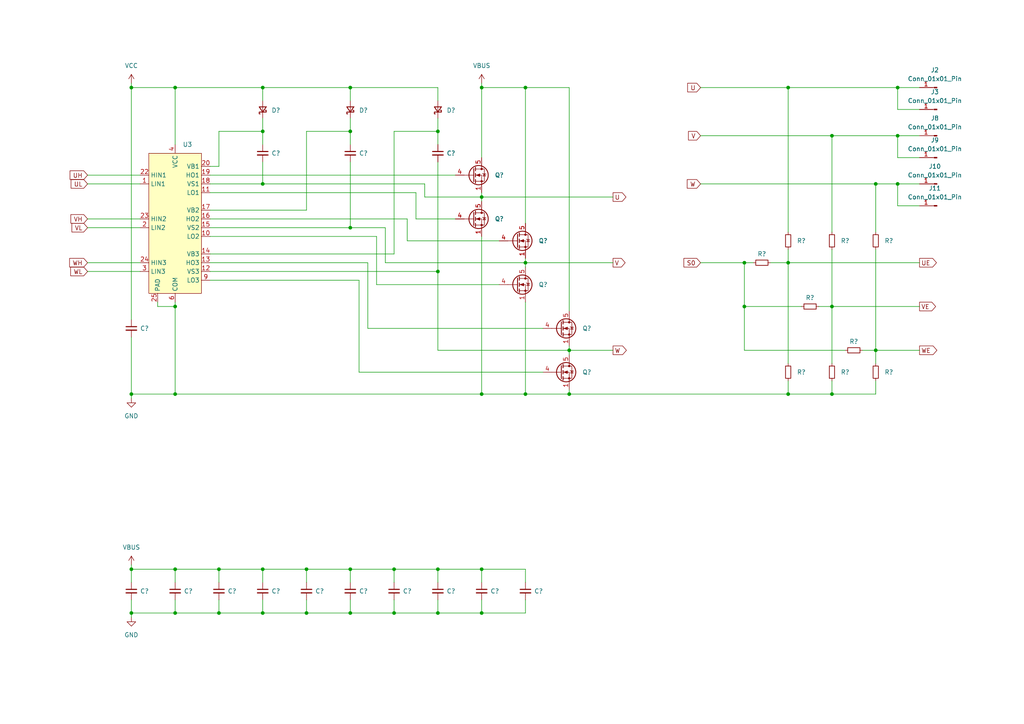
<source format=kicad_sch>
(kicad_sch (version 20230121) (generator eeschema)

  (uuid b105ec83-71b9-4dc6-accc-219f81654be3)

  (paper "A4")

  (title_block
    (title "ECOM ESC")
    (date "2023-11-07")
    (rev "1.0")
    (company "ECOM")
  )

  (lib_symbols
    (symbol "Connector:Conn_01x01_Pin" (pin_names (offset 1.016) hide) (in_bom yes) (on_board yes)
      (property "Reference" "J" (at 0 2.54 0)
        (effects (font (size 1.27 1.27)))
      )
      (property "Value" "Conn_01x01_Pin" (at 0 -2.54 0)
        (effects (font (size 1.27 1.27)))
      )
      (property "Footprint" "" (at 0 0 0)
        (effects (font (size 1.27 1.27)) hide)
      )
      (property "Datasheet" "~" (at 0 0 0)
        (effects (font (size 1.27 1.27)) hide)
      )
      (property "ki_locked" "" (at 0 0 0)
        (effects (font (size 1.27 1.27)))
      )
      (property "ki_keywords" "connector" (at 0 0 0)
        (effects (font (size 1.27 1.27)) hide)
      )
      (property "ki_description" "Generic connector, single row, 01x01, script generated" (at 0 0 0)
        (effects (font (size 1.27 1.27)) hide)
      )
      (property "ki_fp_filters" "Connector*:*_1x??_*" (at 0 0 0)
        (effects (font (size 1.27 1.27)) hide)
      )
      (symbol "Conn_01x01_Pin_1_1"
        (polyline
          (pts
            (xy 1.27 0)
            (xy 0.8636 0)
          )
          (stroke (width 0.1524) (type default))
          (fill (type none))
        )
        (rectangle (start 0.8636 0.127) (end 0 -0.127)
          (stroke (width 0.1524) (type default))
          (fill (type outline))
        )
        (pin passive line (at 5.08 0 180) (length 3.81)
          (name "Pin_1" (effects (font (size 1.27 1.27))))
          (number "1" (effects (font (size 1.27 1.27))))
        )
      )
    )
    (symbol "LibProj:CSD17578Q5A" (pin_names hide) (in_bom yes) (on_board yes)
      (property "Reference" "Q" (at 5.08 1.905 0)
        (effects (font (size 1.27 1.27)) (justify left))
      )
      (property "Value" "CSD17578Q5A" (at 5.08 0 0)
        (effects (font (size 1.27 1.27)) (justify left))
      )
      (property "Footprint" "Package_TO_SOT_SMD:TDSON-8-1" (at 5.08 -1.905 0)
        (effects (font (size 1.27 1.27) italic) (justify left) hide)
      )
      (property "Datasheet" "http://www.ti.com/lit/gpn/csd17578q5a" (at 0 0 90)
        (effects (font (size 1.27 1.27)) (justify left) hide)
      )
      (property "ki_keywords" "NexFET Power MOSFET N-MOS" (at 0 0 0)
        (effects (font (size 1.27 1.27)) hide)
      )
      (property "ki_description" "25A Id, 30V Vds, NexFET N-Channel Power MOSFET, 6.9mOhm Ron, Qg (typ) 7.9nC, SON8 5x6mm" (at 0 0 0)
        (effects (font (size 1.27 1.27)) hide)
      )
      (property "ki_fp_filters" "TDSON*" (at 0 0 0)
        (effects (font (size 1.27 1.27)) hide)
      )
      (symbol "CSD17578Q5A_0_1"
        (polyline
          (pts
            (xy 0.254 0)
            (xy -2.54 0)
          )
          (stroke (width 0) (type default))
          (fill (type none))
        )
        (polyline
          (pts
            (xy 0.254 1.905)
            (xy 0.254 -1.905)
          )
          (stroke (width 0.254) (type default))
          (fill (type none))
        )
        (polyline
          (pts
            (xy 0.762 -1.27)
            (xy 0.762 -2.286)
          )
          (stroke (width 0.254) (type default))
          (fill (type none))
        )
        (polyline
          (pts
            (xy 0.762 0.508)
            (xy 0.762 -0.508)
          )
          (stroke (width 0.254) (type default))
          (fill (type none))
        )
        (polyline
          (pts
            (xy 0.762 2.286)
            (xy 0.762 1.27)
          )
          (stroke (width 0.254) (type default))
          (fill (type none))
        )
        (polyline
          (pts
            (xy 2.54 2.54)
            (xy 2.54 1.778)
          )
          (stroke (width 0) (type default))
          (fill (type none))
        )
        (polyline
          (pts
            (xy 2.54 -2.54)
            (xy 2.54 0)
            (xy 0.762 0)
          )
          (stroke (width 0) (type default))
          (fill (type none))
        )
        (polyline
          (pts
            (xy 0.762 -1.778)
            (xy 3.302 -1.778)
            (xy 3.302 1.778)
            (xy 0.762 1.778)
          )
          (stroke (width 0) (type default))
          (fill (type none))
        )
        (polyline
          (pts
            (xy 1.016 0)
            (xy 2.032 0.381)
            (xy 2.032 -0.381)
            (xy 1.016 0)
          )
          (stroke (width 0) (type default))
          (fill (type outline))
        )
        (polyline
          (pts
            (xy 2.794 0.508)
            (xy 2.921 0.381)
            (xy 3.683 0.381)
            (xy 3.81 0.254)
          )
          (stroke (width 0) (type default))
          (fill (type none))
        )
        (polyline
          (pts
            (xy 3.302 0.381)
            (xy 2.921 -0.254)
            (xy 3.683 -0.254)
            (xy 3.302 0.381)
          )
          (stroke (width 0) (type default))
          (fill (type none))
        )
        (circle (center 1.651 0) (radius 2.794)
          (stroke (width 0.254) (type default))
          (fill (type none))
        )
        (circle (center 2.54 -1.778) (radius 0.254)
          (stroke (width 0) (type default))
          (fill (type outline))
        )
        (circle (center 2.54 1.778) (radius 0.254)
          (stroke (width 0) (type default))
          (fill (type outline))
        )
      )
      (symbol "CSD17578Q5A_1_1"
        (pin passive line (at 2.54 -5.08 90) (length 2.54)
          (name "S" (effects (font (size 1.27 1.27))))
          (number "1" (effects (font (size 1.27 1.27))))
        )
        (pin passive line (at 2.54 -5.08 90) (length 2.54) hide
          (name "S" (effects (font (size 1.27 1.27))))
          (number "2" (effects (font (size 1.27 1.27))))
        )
        (pin passive line (at 2.54 -5.08 90) (length 2.54) hide
          (name "S" (effects (font (size 1.27 1.27))))
          (number "3" (effects (font (size 1.27 1.27))))
        )
        (pin passive line (at -5.08 0 0) (length 2.54)
          (name "G" (effects (font (size 1.27 1.27))))
          (number "4" (effects (font (size 1.27 1.27))))
        )
        (pin passive line (at 2.54 5.08 270) (length 2.54)
          (name "D" (effects (font (size 1.27 1.27))))
          (number "5" (effects (font (size 1.27 1.27))))
        )
      )
    )
    (symbol "LibProj:C_Small" (pin_numbers hide) (pin_names (offset 0.254) hide) (in_bom yes) (on_board yes)
      (property "Reference" "C" (at 0.254 1.778 0)
        (effects (font (size 1.27 1.27)) (justify left))
      )
      (property "Value" "C_Small" (at 0.254 -2.032 0)
        (effects (font (size 1.27 1.27)) (justify left))
      )
      (property "Footprint" "" (at 0 0 0)
        (effects (font (size 1.27 1.27)) hide)
      )
      (property "Datasheet" "~" (at 0 0 0)
        (effects (font (size 1.27 1.27)) hide)
      )
      (property "ki_keywords" "capacitor cap" (at 0 0 0)
        (effects (font (size 1.27 1.27)) hide)
      )
      (property "ki_description" "Unpolarized capacitor, small symbol" (at 0 0 0)
        (effects (font (size 1.27 1.27)) hide)
      )
      (property "ki_fp_filters" "C_*" (at 0 0 0)
        (effects (font (size 1.27 1.27)) hide)
      )
      (symbol "C_Small_0_1"
        (polyline
          (pts
            (xy -1.524 -0.508)
            (xy 1.524 -0.508)
          )
          (stroke (width 0.3302) (type default))
          (fill (type none))
        )
        (polyline
          (pts
            (xy -1.524 0.508)
            (xy 1.524 0.508)
          )
          (stroke (width 0.3048) (type default))
          (fill (type none))
        )
      )
      (symbol "C_Small_1_1"
        (pin passive line (at 0 2.54 270) (length 2.032)
          (name "~" (effects (font (size 1.27 1.27))))
          (number "1" (effects (font (size 1.27 1.27))))
        )
        (pin passive line (at 0 -2.54 90) (length 2.032)
          (name "~" (effects (font (size 1.27 1.27))))
          (number "2" (effects (font (size 1.27 1.27))))
        )
      )
    )
    (symbol "LibProj:D_Schottky_Small" (pin_numbers hide) (pin_names (offset 0.254) hide) (in_bom yes) (on_board yes)
      (property "Reference" "D" (at -1.27 2.032 0)
        (effects (font (size 1.27 1.27)) (justify left))
      )
      (property "Value" "D_Schottky_Small" (at -7.112 -2.032 0)
        (effects (font (size 1.27 1.27)) (justify left))
      )
      (property "Footprint" "" (at 0 0 90)
        (effects (font (size 1.27 1.27)) hide)
      )
      (property "Datasheet" "~" (at 0 0 90)
        (effects (font (size 1.27 1.27)) hide)
      )
      (property "ki_keywords" "diode Schottky" (at 0 0 0)
        (effects (font (size 1.27 1.27)) hide)
      )
      (property "ki_description" "Schottky diode, small symbol" (at 0 0 0)
        (effects (font (size 1.27 1.27)) hide)
      )
      (property "ki_fp_filters" "TO-???* *_Diode_* *SingleDiode* D_*" (at 0 0 0)
        (effects (font (size 1.27 1.27)) hide)
      )
      (symbol "D_Schottky_Small_0_1"
        (polyline
          (pts
            (xy -0.762 0)
            (xy 0.762 0)
          )
          (stroke (width 0) (type default))
          (fill (type none))
        )
        (polyline
          (pts
            (xy 0.762 -1.016)
            (xy -0.762 0)
            (xy 0.762 1.016)
            (xy 0.762 -1.016)
          )
          (stroke (width 0.254) (type default))
          (fill (type none))
        )
        (polyline
          (pts
            (xy -1.27 0.762)
            (xy -1.27 1.016)
            (xy -0.762 1.016)
            (xy -0.762 -1.016)
            (xy -0.254 -1.016)
            (xy -0.254 -0.762)
          )
          (stroke (width 0.254) (type default))
          (fill (type none))
        )
      )
      (symbol "D_Schottky_Small_1_1"
        (pin passive line (at -2.54 0 0) (length 1.778)
          (name "K" (effects (font (size 1.27 1.27))))
          (number "1" (effects (font (size 1.27 1.27))))
        )
        (pin passive line (at 2.54 0 180) (length 1.778)
          (name "A" (effects (font (size 1.27 1.27))))
          (number "2" (effects (font (size 1.27 1.27))))
        )
      )
    )
    (symbol "LibProj:FD6288Q" (in_bom yes) (on_board yes)
      (property "Reference" "U5" (at 2.1941 25.4 0)
        (effects (font (size 1.27 1.27)) (justify left))
      )
      (property "Value" "FD6288Q" (at 2.1941 22.86 0)
        (effects (font (size 1.27 1.27)) (justify left))
      )
      (property "Footprint" "Package_DFN_QFN:QFN-24-1EP_4x4mm_P0.5mm_EP2.6x2.6mm" (at 0 0 0)
        (effects (font (size 1.27 1.27)) hide)
      )
      (property "Datasheet" "" (at 0 -12.7 0)
        (effects (font (size 1.27 1.27)) hide)
      )
      (property "ki_keywords" "3-Phase gate driver" (at 0 0 0)
        (effects (font (size 1.27 1.27)) hide)
      )
      (property "ki_description" "3-Phase half-bridge gate driver, up to 250V, (1.5A, 1.8A)" (at 0 0 0)
        (effects (font (size 1.27 1.27)) hide)
      )
      (symbol "FD6288Q_1_1"
        (rectangle (start -7.62 20.32) (end 7.62 -20.32)
          (stroke (width 0) (type default))
          (fill (type background))
        )
        (pin passive line (at -10.16 11.43 0) (length 2.54)
          (name "LIN1" (effects (font (size 1.27 1.27))))
          (number "1" (effects (font (size 1.27 1.27))))
        )
        (pin passive line (at 10.16 -3.81 180) (length 2.54)
          (name "LO2" (effects (font (size 1.27 1.27))))
          (number "10" (effects (font (size 1.27 1.27))))
        )
        (pin passive line (at 10.16 8.89 180) (length 2.54)
          (name "LO1" (effects (font (size 1.27 1.27))))
          (number "11" (effects (font (size 1.27 1.27))))
        )
        (pin passive line (at 10.16 -13.97 180) (length 2.54)
          (name "VS3" (effects (font (size 1.27 1.27))))
          (number "12" (effects (font (size 1.27 1.27))))
        )
        (pin passive line (at 10.16 -11.43 180) (length 2.54)
          (name "HO3" (effects (font (size 1.27 1.27))))
          (number "13" (effects (font (size 1.27 1.27))))
        )
        (pin passive line (at 10.16 -8.89 180) (length 2.54)
          (name "VB3" (effects (font (size 1.27 1.27))))
          (number "14" (effects (font (size 1.27 1.27))))
        )
        (pin passive line (at 10.16 -1.27 180) (length 2.54)
          (name "VS2" (effects (font (size 1.27 1.27))))
          (number "15" (effects (font (size 1.27 1.27))))
        )
        (pin passive line (at 10.16 1.27 180) (length 2.54)
          (name "HO2" (effects (font (size 1.27 1.27))))
          (number "16" (effects (font (size 1.27 1.27))))
        )
        (pin passive line (at 10.16 3.81 180) (length 2.54)
          (name "VB2" (effects (font (size 1.27 1.27))))
          (number "17" (effects (font (size 1.27 1.27))))
        )
        (pin passive line (at 10.16 11.43 180) (length 2.54)
          (name "VS1" (effects (font (size 1.27 1.27))))
          (number "18" (effects (font (size 1.27 1.27))))
        )
        (pin passive line (at 10.16 13.97 180) (length 2.54)
          (name "HO1" (effects (font (size 1.27 1.27))))
          (number "19" (effects (font (size 1.27 1.27))))
        )
        (pin passive line (at -10.16 -1.27 0) (length 2.54)
          (name "LIN2" (effects (font (size 1.27 1.27))))
          (number "2" (effects (font (size 1.27 1.27))))
        )
        (pin passive line (at 10.16 16.51 180) (length 2.54)
          (name "VB1" (effects (font (size 1.27 1.27))))
          (number "20" (effects (font (size 1.27 1.27))))
        )
        (pin no_connect line (at -6.35 22.86 270) (length 2.54) hide
          (name "NC" (effects (font (size 1.27 1.27))))
          (number "21" (effects (font (size 1.27 1.27))))
        )
        (pin passive line (at -10.16 13.97 0) (length 2.54)
          (name "HIN1" (effects (font (size 1.27 1.27))))
          (number "22" (effects (font (size 1.27 1.27))))
        )
        (pin passive line (at -10.16 1.27 0) (length 2.54)
          (name "HIN2" (effects (font (size 1.27 1.27))))
          (number "23" (effects (font (size 1.27 1.27))))
        )
        (pin passive line (at -10.16 -11.43 0) (length 2.54)
          (name "HIN3" (effects (font (size 1.27 1.27))))
          (number "24" (effects (font (size 1.27 1.27))))
        )
        (pin passive line (at -5.08 -22.86 90) (length 2.54)
          (name "PAD" (effects (font (size 1.27 1.27))))
          (number "25" (effects (font (size 1.27 1.27))))
        )
        (pin passive line (at -10.16 -13.97 0) (length 2.54)
          (name "LIN3" (effects (font (size 1.27 1.27))))
          (number "3" (effects (font (size 1.27 1.27))))
        )
        (pin passive line (at 0 22.86 270) (length 2.54)
          (name "VCC" (effects (font (size 1.27 1.27))))
          (number "4" (effects (font (size 1.27 1.27))))
        )
        (pin no_connect line (at -10.16 6.35 0) (length 2.54) hide
          (name "NC" (effects (font (size 1.27 1.27))))
          (number "5" (effects (font (size 1.27 1.27))))
        )
        (pin passive line (at 0 -22.86 90) (length 2.54)
          (name "COM" (effects (font (size 1.27 1.27))))
          (number "6" (effects (font (size 1.27 1.27))))
        )
        (pin no_connect line (at -10.16 -5.08 0) (length 2.54) hide
          (name "NC" (effects (font (size 1.27 1.27))))
          (number "7" (effects (font (size 1.27 1.27))))
        )
        (pin no_connect line (at -10.16 -7.62 0) (length 2.54) hide
          (name "NC" (effects (font (size 1.27 1.27))))
          (number "8" (effects (font (size 1.27 1.27))))
        )
        (pin passive line (at 10.16 -16.51 180) (length 2.54)
          (name "LO3" (effects (font (size 1.27 1.27))))
          (number "9" (effects (font (size 1.27 1.27))))
          (alternate "" input line)
        )
      )
    )
    (symbol "LibProj:R_Small" (pin_numbers hide) (pin_names (offset 0.254) hide) (in_bom yes) (on_board yes)
      (property "Reference" "R" (at 0.762 0.508 0)
        (effects (font (size 1.27 1.27)) (justify left))
      )
      (property "Value" "R_Small" (at 0.762 -1.016 0)
        (effects (font (size 1.27 1.27)) (justify left))
      )
      (property "Footprint" "" (at 0 0 0)
        (effects (font (size 1.27 1.27)) hide)
      )
      (property "Datasheet" "~" (at 0 0 0)
        (effects (font (size 1.27 1.27)) hide)
      )
      (property "ki_keywords" "R resistor" (at 0 0 0)
        (effects (font (size 1.27 1.27)) hide)
      )
      (property "ki_description" "Resistor, small symbol" (at 0 0 0)
        (effects (font (size 1.27 1.27)) hide)
      )
      (property "ki_fp_filters" "R_*" (at 0 0 0)
        (effects (font (size 1.27 1.27)) hide)
      )
      (symbol "R_Small_0_1"
        (rectangle (start -0.762 1.778) (end 0.762 -1.778)
          (stroke (width 0.2032) (type default))
          (fill (type none))
        )
      )
      (symbol "R_Small_1_1"
        (pin passive line (at 0 2.54 270) (length 0.762)
          (name "~" (effects (font (size 1.27 1.27))))
          (number "1" (effects (font (size 1.27 1.27))))
        )
        (pin passive line (at 0 -2.54 90) (length 0.762)
          (name "~" (effects (font (size 1.27 1.27))))
          (number "2" (effects (font (size 1.27 1.27))))
        )
      )
    )
    (symbol "power:GND" (power) (pin_names (offset 0)) (in_bom yes) (on_board yes)
      (property "Reference" "#PWR" (at 0 -6.35 0)
        (effects (font (size 1.27 1.27)) hide)
      )
      (property "Value" "GND" (at 0 -3.81 0)
        (effects (font (size 1.27 1.27)))
      )
      (property "Footprint" "" (at 0 0 0)
        (effects (font (size 1.27 1.27)) hide)
      )
      (property "Datasheet" "" (at 0 0 0)
        (effects (font (size 1.27 1.27)) hide)
      )
      (property "ki_keywords" "global power" (at 0 0 0)
        (effects (font (size 1.27 1.27)) hide)
      )
      (property "ki_description" "Power symbol creates a global label with name \"GND\" , ground" (at 0 0 0)
        (effects (font (size 1.27 1.27)) hide)
      )
      (symbol "GND_0_1"
        (polyline
          (pts
            (xy 0 0)
            (xy 0 -1.27)
            (xy 1.27 -1.27)
            (xy 0 -2.54)
            (xy -1.27 -1.27)
            (xy 0 -1.27)
          )
          (stroke (width 0) (type default))
          (fill (type none))
        )
      )
      (symbol "GND_1_1"
        (pin power_in line (at 0 0 270) (length 0) hide
          (name "GND" (effects (font (size 1.27 1.27))))
          (number "1" (effects (font (size 1.27 1.27))))
        )
      )
    )
    (symbol "power:VBUS" (power) (pin_names (offset 0)) (in_bom yes) (on_board yes)
      (property "Reference" "#PWR" (at 0 -3.81 0)
        (effects (font (size 1.27 1.27)) hide)
      )
      (property "Value" "VBUS" (at 0 3.81 0)
        (effects (font (size 1.27 1.27)))
      )
      (property "Footprint" "" (at 0 0 0)
        (effects (font (size 1.27 1.27)) hide)
      )
      (property "Datasheet" "" (at 0 0 0)
        (effects (font (size 1.27 1.27)) hide)
      )
      (property "ki_keywords" "global power" (at 0 0 0)
        (effects (font (size 1.27 1.27)) hide)
      )
      (property "ki_description" "Power symbol creates a global label with name \"VBUS\"" (at 0 0 0)
        (effects (font (size 1.27 1.27)) hide)
      )
      (symbol "VBUS_0_1"
        (polyline
          (pts
            (xy -0.762 1.27)
            (xy 0 2.54)
          )
          (stroke (width 0) (type default))
          (fill (type none))
        )
        (polyline
          (pts
            (xy 0 0)
            (xy 0 2.54)
          )
          (stroke (width 0) (type default))
          (fill (type none))
        )
        (polyline
          (pts
            (xy 0 2.54)
            (xy 0.762 1.27)
          )
          (stroke (width 0) (type default))
          (fill (type none))
        )
      )
      (symbol "VBUS_1_1"
        (pin power_in line (at 0 0 90) (length 0) hide
          (name "VBUS" (effects (font (size 1.27 1.27))))
          (number "1" (effects (font (size 1.27 1.27))))
        )
      )
    )
    (symbol "power:VCC" (power) (pin_names (offset 0)) (in_bom yes) (on_board yes)
      (property "Reference" "#PWR" (at 0 -3.81 0)
        (effects (font (size 1.27 1.27)) hide)
      )
      (property "Value" "VCC" (at 0 3.81 0)
        (effects (font (size 1.27 1.27)))
      )
      (property "Footprint" "" (at 0 0 0)
        (effects (font (size 1.27 1.27)) hide)
      )
      (property "Datasheet" "" (at 0 0 0)
        (effects (font (size 1.27 1.27)) hide)
      )
      (property "ki_keywords" "global power" (at 0 0 0)
        (effects (font (size 1.27 1.27)) hide)
      )
      (property "ki_description" "Power symbol creates a global label with name \"VCC\"" (at 0 0 0)
        (effects (font (size 1.27 1.27)) hide)
      )
      (symbol "VCC_0_1"
        (polyline
          (pts
            (xy -0.762 1.27)
            (xy 0 2.54)
          )
          (stroke (width 0) (type default))
          (fill (type none))
        )
        (polyline
          (pts
            (xy 0 0)
            (xy 0 2.54)
          )
          (stroke (width 0) (type default))
          (fill (type none))
        )
        (polyline
          (pts
            (xy 0 2.54)
            (xy 0.762 1.27)
          )
          (stroke (width 0) (type default))
          (fill (type none))
        )
      )
      (symbol "VCC_1_1"
        (pin power_in line (at 0 0 90) (length 0) hide
          (name "VCC" (effects (font (size 1.27 1.27))))
          (number "1" (effects (font (size 1.27 1.27))))
        )
      )
    )
  )

  (junction (at 152.4 25.4) (diameter 0) (color 0 0 0 0)
    (uuid 0878fff8-f16d-4b37-8182-14cf4d958ff3)
  )
  (junction (at 228.6 76.2) (diameter 0) (color 0 0 0 0)
    (uuid 0a1eb2a8-dc20-4028-bcd6-7a6297099759)
  )
  (junction (at 165.1 114.3) (diameter 0) (color 0 0 0 0)
    (uuid 1553085a-4988-4662-82f5-28547f2a6a2d)
  )
  (junction (at 152.4 76.2) (diameter 0) (color 0 0 0 0)
    (uuid 1cb6b724-ec96-4715-abab-99cb3476615e)
  )
  (junction (at 76.2 165.1) (diameter 0) (color 0 0 0 0)
    (uuid 2c8c4b46-fd2a-4c02-94f1-c22ba0b9e68f)
  )
  (junction (at 76.2 25.4) (diameter 0) (color 0 0 0 0)
    (uuid 2cd86478-a06c-46a8-a194-9c58c0c0e252)
  )
  (junction (at 101.6 66.04) (diameter 0) (color 0 0 0 0)
    (uuid 2e1aad58-a920-4c29-a1d5-e730caf758d4)
  )
  (junction (at 254 101.6) (diameter 0) (color 0 0 0 0)
    (uuid 313f526d-d289-430b-8431-6e82e7fabdd9)
  )
  (junction (at 88.9 165.1) (diameter 0) (color 0 0 0 0)
    (uuid 362417d3-f5b3-4ec6-8719-5dd021dce11b)
  )
  (junction (at 63.5 165.1) (diameter 0) (color 0 0 0 0)
    (uuid 3aaf7559-a343-4994-9690-8091cc6e6816)
  )
  (junction (at 127 177.8) (diameter 0) (color 0 0 0 0)
    (uuid 403eacf3-2b01-4f50-be8b-77e91eaea431)
  )
  (junction (at 228.6 25.4) (diameter 0) (color 0 0 0 0)
    (uuid 40adcccc-75f9-450a-8b5e-e450919d5a90)
  )
  (junction (at 260.35 25.4) (diameter 0) (color 0 0 0 0)
    (uuid 49a3ec43-a76f-453b-9217-d38f569d1ea2)
  )
  (junction (at 139.7 177.8) (diameter 0) (color 0 0 0 0)
    (uuid 4e3b14c3-9c01-4f05-94f0-72da33f61cf0)
  )
  (junction (at 260.35 53.34) (diameter 0) (color 0 0 0 0)
    (uuid 4febb445-e4f1-4616-9949-ed000654fa46)
  )
  (junction (at 139.7 25.4) (diameter 0) (color 0 0 0 0)
    (uuid 5399eccb-bbd5-4b58-be4c-a7ac60b7cad4)
  )
  (junction (at 114.3 177.8) (diameter 0) (color 0 0 0 0)
    (uuid 6ce8a162-cb36-4997-b352-d53dea4153f8)
  )
  (junction (at 76.2 53.34) (diameter 0) (color 0 0 0 0)
    (uuid 6d098ccd-711e-4066-81ee-2273a0ec6a9e)
  )
  (junction (at 76.2 177.8) (diameter 0) (color 0 0 0 0)
    (uuid 6db6ff18-72f9-4a72-b6a8-768713eb50dd)
  )
  (junction (at 50.8 25.4) (diameter 0) (color 0 0 0 0)
    (uuid 6fa9d8de-d1e0-4a1f-a839-9062768891b1)
  )
  (junction (at 101.6 165.1) (diameter 0) (color 0 0 0 0)
    (uuid 742767d4-8f43-4c7f-a8f1-4b9ce254dffa)
  )
  (junction (at 127 78.74) (diameter 0) (color 0 0 0 0)
    (uuid 78ad30cc-5a54-4806-ad42-79334da56a4a)
  )
  (junction (at 101.6 38.1) (diameter 0) (color 0 0 0 0)
    (uuid 7c9a99f6-2af5-4b32-b81b-29d134b27671)
  )
  (junction (at 228.6 114.3) (diameter 0) (color 0 0 0 0)
    (uuid 7e6ba97b-f16d-4acf-b0b3-752a3c56f332)
  )
  (junction (at 139.7 57.15) (diameter 0) (color 0 0 0 0)
    (uuid 81bb751a-02f0-435f-bd6a-23f3fe46d524)
  )
  (junction (at 101.6 25.4) (diameter 0) (color 0 0 0 0)
    (uuid 82ab2021-ec62-4ba5-8d30-ab406e41843b)
  )
  (junction (at 215.9 88.9) (diameter 0) (color 0 0 0 0)
    (uuid 83aef70f-4703-43fc-98c0-9bf1b91249b3)
  )
  (junction (at 63.5 177.8) (diameter 0) (color 0 0 0 0)
    (uuid 8afa8404-e612-4096-86c9-065fd48a761e)
  )
  (junction (at 260.35 39.37) (diameter 0) (color 0 0 0 0)
    (uuid 8c433776-d1c2-4b33-9b9e-18e2057a21af)
  )
  (junction (at 50.8 88.9) (diameter 0) (color 0 0 0 0)
    (uuid 9e9c6bf7-2b39-441c-a1cc-8d4558c90205)
  )
  (junction (at 241.3 114.3) (diameter 0) (color 0 0 0 0)
    (uuid 9fb4b816-3e7c-491b-993c-7634cb2d13fa)
  )
  (junction (at 241.3 39.37) (diameter 0) (color 0 0 0 0)
    (uuid a277fe58-f431-4a73-b3aa-c82fdaaa54e9)
  )
  (junction (at 76.2 38.1) (diameter 0) (color 0 0 0 0)
    (uuid a6c500c5-75cf-42d2-b51e-23a4a88c0199)
  )
  (junction (at 101.6 177.8) (diameter 0) (color 0 0 0 0)
    (uuid ad5a2404-9313-4989-9d3e-9a299cf99762)
  )
  (junction (at 38.1 114.3) (diameter 0) (color 0 0 0 0)
    (uuid aeaa3280-24da-43dd-82b3-5749b8c6765d)
  )
  (junction (at 50.8 177.8) (diameter 0) (color 0 0 0 0)
    (uuid c0dac6c0-54a4-4760-8b18-b0be81d5a5f1)
  )
  (junction (at 38.1 165.1) (diameter 0) (color 0 0 0 0)
    (uuid c714296f-58e1-4555-8ae0-73ba68b98f8a)
  )
  (junction (at 165.1 101.6) (diameter 0) (color 0 0 0 0)
    (uuid c8af5126-1263-4d99-a6df-0e9991407831)
  )
  (junction (at 50.8 114.3) (diameter 0) (color 0 0 0 0)
    (uuid cba1d936-465b-4ab8-91e8-1f09724e4f2e)
  )
  (junction (at 215.9 76.2) (diameter 0) (color 0 0 0 0)
    (uuid cc3ae44d-1b23-4149-974a-65e2c27fa9a0)
  )
  (junction (at 38.1 177.8) (diameter 0) (color 0 0 0 0)
    (uuid cd777557-af28-423d-9f99-ef88f9489558)
  )
  (junction (at 127 38.1) (diameter 0) (color 0 0 0 0)
    (uuid d74237da-ea16-4515-9f5c-e2b8a507acf2)
  )
  (junction (at 114.3 165.1) (diameter 0) (color 0 0 0 0)
    (uuid d9691ead-73bf-46d4-afba-38b0ba0edd18)
  )
  (junction (at 50.8 165.1) (diameter 0) (color 0 0 0 0)
    (uuid da24a71a-3d13-4a1c-b1c1-4ef625ee75e8)
  )
  (junction (at 88.9 177.8) (diameter 0) (color 0 0 0 0)
    (uuid da984809-be16-42d2-a70c-427a28f62e51)
  )
  (junction (at 38.1 25.4) (diameter 0) (color 0 0 0 0)
    (uuid e43692bd-3080-4b67-9375-0a77a89c2467)
  )
  (junction (at 254 53.34) (diameter 0) (color 0 0 0 0)
    (uuid e7fb9eb5-ee28-4deb-bfcb-4c6af9be6f9d)
  )
  (junction (at 139.7 114.3) (diameter 0) (color 0 0 0 0)
    (uuid ea9159ff-0db9-493e-88c5-b4199f62008e)
  )
  (junction (at 241.3 88.9) (diameter 0) (color 0 0 0 0)
    (uuid f1bf026a-168b-462f-ba48-8be72d34fe75)
  )
  (junction (at 139.7 165.1) (diameter 0) (color 0 0 0 0)
    (uuid f421efd5-7acf-4f95-bb33-a8d438bd8aa0)
  )
  (junction (at 127 165.1) (diameter 0) (color 0 0 0 0)
    (uuid f43f1753-dd30-4673-b897-55cc1172d701)
  )
  (junction (at 152.4 114.3) (diameter 0) (color 0 0 0 0)
    (uuid f9aa3255-844a-4769-9c6f-f1b059fce7bf)
  )

  (wire (pts (xy 254 53.34) (xy 260.35 53.34))
    (stroke (width 0) (type default))
    (uuid 0038654d-c4a3-41fa-9b4c-15078158ebc9)
  )
  (wire (pts (xy 50.8 168.91) (xy 50.8 165.1))
    (stroke (width 0) (type default))
    (uuid 00ae8b50-c355-4597-b1b1-2262f05720ef)
  )
  (wire (pts (xy 127 78.74) (xy 127 101.6))
    (stroke (width 0) (type default))
    (uuid 03529488-26fd-459b-9a06-cd29f99b53d9)
  )
  (wire (pts (xy 215.9 101.6) (xy 215.9 88.9))
    (stroke (width 0) (type default))
    (uuid 04bf362a-44eb-4709-9bcb-ca2918476297)
  )
  (wire (pts (xy 118.11 63.5) (xy 60.96 63.5))
    (stroke (width 0) (type default))
    (uuid 04e38fc0-b085-4911-b2c8-299434f56f6b)
  )
  (wire (pts (xy 101.6 46.99) (xy 101.6 66.04))
    (stroke (width 0) (type default))
    (uuid 0685e253-d12b-4034-a419-74b75a5952ef)
  )
  (wire (pts (xy 111.76 66.04) (xy 111.76 76.2))
    (stroke (width 0) (type default))
    (uuid 0686ac1b-f611-4970-9156-2bf1211ea8fe)
  )
  (wire (pts (xy 203.2 76.2) (xy 215.9 76.2))
    (stroke (width 0) (type default))
    (uuid 077fb354-e5f0-43de-adbd-9b002052281c)
  )
  (wire (pts (xy 139.7 68.58) (xy 139.7 114.3))
    (stroke (width 0) (type default))
    (uuid 0856ed0e-97f9-4459-89b9-328d3a1787c6)
  )
  (wire (pts (xy 254 114.3) (xy 254 110.49))
    (stroke (width 0) (type default))
    (uuid 0aec6bfb-230f-454e-8a2a-c5229c13b2b2)
  )
  (wire (pts (xy 38.1 25.4) (xy 50.8 25.4))
    (stroke (width 0) (type default))
    (uuid 0af7c55e-fb59-44d9-a7f5-a132949e3525)
  )
  (wire (pts (xy 45.72 87.63) (xy 45.72 88.9))
    (stroke (width 0) (type default))
    (uuid 0b33761a-6bb6-459c-9896-d2677b9eef88)
  )
  (wire (pts (xy 88.9 60.96) (xy 88.9 38.1))
    (stroke (width 0) (type default))
    (uuid 0bf63e71-01c5-4438-86c2-2e3472bce970)
  )
  (wire (pts (xy 152.4 25.4) (xy 139.7 25.4))
    (stroke (width 0) (type default))
    (uuid 0c3d64f0-f52e-41ef-9bd4-769f255e3c2d)
  )
  (wire (pts (xy 165.1 100.33) (xy 165.1 101.6))
    (stroke (width 0) (type default))
    (uuid 0f6da560-0a3f-4ee8-9946-d6f7f905c0f3)
  )
  (wire (pts (xy 60.96 53.34) (xy 76.2 53.34))
    (stroke (width 0) (type default))
    (uuid 1109fbb9-5495-488f-b549-f5be40ba92c8)
  )
  (wire (pts (xy 241.3 39.37) (xy 260.35 39.37))
    (stroke (width 0) (type default))
    (uuid 117c443d-5afc-4ce9-a65f-17adee21cd2f)
  )
  (wire (pts (xy 266.7 45.72) (xy 260.35 45.72))
    (stroke (width 0) (type default))
    (uuid 11d35355-7829-47d2-bc2f-5fceab6ed05c)
  )
  (wire (pts (xy 50.8 177.8) (xy 38.1 177.8))
    (stroke (width 0) (type default))
    (uuid 1209e127-3a9f-487b-9bc2-2f840a98ec1c)
  )
  (wire (pts (xy 101.6 173.99) (xy 101.6 177.8))
    (stroke (width 0) (type default))
    (uuid 12b1d924-410a-47a5-a74d-0dc84d848f45)
  )
  (wire (pts (xy 139.7 177.8) (xy 127 177.8))
    (stroke (width 0) (type default))
    (uuid 14189d05-1369-465c-95a2-2a758d138d0d)
  )
  (wire (pts (xy 101.6 66.04) (xy 111.76 66.04))
    (stroke (width 0) (type default))
    (uuid 16b5e2ea-4374-46ee-964b-7c4ef49549bd)
  )
  (wire (pts (xy 38.1 177.8) (xy 38.1 179.07))
    (stroke (width 0) (type default))
    (uuid 17555bd0-d5a0-43f3-a005-b4dcbf848a94)
  )
  (wire (pts (xy 76.2 53.34) (xy 76.2 46.99))
    (stroke (width 0) (type default))
    (uuid 177a443f-1196-4bd9-a2c9-4f63e6738d38)
  )
  (wire (pts (xy 101.6 38.1) (xy 101.6 41.91))
    (stroke (width 0) (type default))
    (uuid 1832880d-a5b7-426d-9ba7-4cec24070455)
  )
  (wire (pts (xy 38.1 25.4) (xy 38.1 92.71))
    (stroke (width 0) (type default))
    (uuid 1888273f-3415-406d-8679-dedc17b3aeeb)
  )
  (wire (pts (xy 120.65 55.88) (xy 120.65 63.5))
    (stroke (width 0) (type default))
    (uuid 1bc75316-634a-488d-99b4-f8bd2eb5ba8f)
  )
  (wire (pts (xy 203.2 53.34) (xy 254 53.34))
    (stroke (width 0) (type default))
    (uuid 1dcc30d6-4dbf-49b7-8d04-37132ace0211)
  )
  (wire (pts (xy 241.3 110.49) (xy 241.3 114.3))
    (stroke (width 0) (type default))
    (uuid 1ffd9556-acfc-4780-88a8-b6f6f33675dc)
  )
  (wire (pts (xy 241.3 88.9) (xy 241.3 105.41))
    (stroke (width 0) (type default))
    (uuid 20ea4d4a-32f5-4657-b2d3-af70288bed7f)
  )
  (wire (pts (xy 50.8 114.3) (xy 139.7 114.3))
    (stroke (width 0) (type default))
    (uuid 22d5ab6f-3365-40e0-bea4-66da0c7ae6c7)
  )
  (wire (pts (xy 101.6 66.04) (xy 60.96 66.04))
    (stroke (width 0) (type default))
    (uuid 26345327-3a9e-4c6a-b713-1d80ad4262b4)
  )
  (wire (pts (xy 60.96 48.26) (xy 63.5 48.26))
    (stroke (width 0) (type default))
    (uuid 2664172d-c6cc-4b54-aec4-60b73bced70b)
  )
  (wire (pts (xy 152.4 87.63) (xy 152.4 114.3))
    (stroke (width 0) (type default))
    (uuid 29178e41-0109-469e-875b-c95b34a6e0d6)
  )
  (wire (pts (xy 254 53.34) (xy 254 67.31))
    (stroke (width 0) (type default))
    (uuid 29300b18-3c94-4cf2-a229-946387b1fb68)
  )
  (wire (pts (xy 76.2 34.29) (xy 76.2 38.1))
    (stroke (width 0) (type default))
    (uuid 29953a9b-3779-41a3-b10d-7f19c9e233a1)
  )
  (wire (pts (xy 38.1 163.83) (xy 38.1 165.1))
    (stroke (width 0) (type default))
    (uuid 29cb8464-9207-4f16-953d-b79397234613)
  )
  (wire (pts (xy 127 25.4) (xy 127 29.21))
    (stroke (width 0) (type default))
    (uuid 2a02cb3e-b7ac-4404-9467-1a457a39cbc9)
  )
  (wire (pts (xy 114.3 177.8) (xy 101.6 177.8))
    (stroke (width 0) (type default))
    (uuid 2f3ab0de-2262-43fe-9a51-98832809dffb)
  )
  (wire (pts (xy 114.3 165.1) (xy 114.3 168.91))
    (stroke (width 0) (type default))
    (uuid 3302eb23-72a3-4642-9402-1857626b4851)
  )
  (wire (pts (xy 127 38.1) (xy 127 41.91))
    (stroke (width 0) (type default))
    (uuid 34360166-64ac-436b-a448-249b926784c5)
  )
  (wire (pts (xy 260.35 53.34) (xy 266.7 53.34))
    (stroke (width 0) (type default))
    (uuid 35738012-95e6-4bd0-9473-768784452414)
  )
  (wire (pts (xy 254 101.6) (xy 254 105.41))
    (stroke (width 0) (type default))
    (uuid 36152e13-f26c-4db3-afa0-b91193d7b457)
  )
  (wire (pts (xy 260.35 31.75) (xy 260.35 25.4))
    (stroke (width 0) (type default))
    (uuid 38de203b-a851-44fe-94f1-acfdb8d828df)
  )
  (wire (pts (xy 203.2 39.37) (xy 241.3 39.37))
    (stroke (width 0) (type default))
    (uuid 3b0fb9bb-ac83-42ad-9c47-0bf50d55f577)
  )
  (wire (pts (xy 88.9 173.99) (xy 88.9 177.8))
    (stroke (width 0) (type default))
    (uuid 3b26ade0-54af-43ce-99e8-f7b177077140)
  )
  (wire (pts (xy 38.1 173.99) (xy 38.1 177.8))
    (stroke (width 0) (type default))
    (uuid 3b54fd4d-6ab8-4751-92d4-160854b2702f)
  )
  (wire (pts (xy 127 165.1) (xy 127 168.91))
    (stroke (width 0) (type default))
    (uuid 3d442169-9be0-4067-bbfd-2eacde2caef0)
  )
  (wire (pts (xy 139.7 24.13) (xy 139.7 25.4))
    (stroke (width 0) (type default))
    (uuid 3d771bc2-3f00-4db6-9634-19a45d1f51f0)
  )
  (wire (pts (xy 76.2 173.99) (xy 76.2 177.8))
    (stroke (width 0) (type default))
    (uuid 3d791908-015a-4167-832c-cf834d5fc1b9)
  )
  (wire (pts (xy 60.96 68.58) (xy 109.22 68.58))
    (stroke (width 0) (type default))
    (uuid 3e963766-5933-4a3a-8268-a980586aebe0)
  )
  (wire (pts (xy 228.6 25.4) (xy 228.6 67.31))
    (stroke (width 0) (type default))
    (uuid 3f737b70-0182-4ef2-85c7-feb03dd0944a)
  )
  (wire (pts (xy 127 101.6) (xy 165.1 101.6))
    (stroke (width 0) (type default))
    (uuid 3fd19a71-901d-487e-a5c3-774f4fb8498a)
  )
  (wire (pts (xy 127 165.1) (xy 139.7 165.1))
    (stroke (width 0) (type default))
    (uuid 48bddfd5-a95f-452e-968a-6d5b1c8946d3)
  )
  (wire (pts (xy 260.35 59.69) (xy 266.7 59.69))
    (stroke (width 0) (type default))
    (uuid 493f011d-2406-4e78-b13b-0ff85d7fb7e2)
  )
  (wire (pts (xy 101.6 165.1) (xy 114.3 165.1))
    (stroke (width 0) (type default))
    (uuid 496503d5-5012-42ff-9879-7b8bb3bb05c1)
  )
  (wire (pts (xy 101.6 34.29) (xy 101.6 38.1))
    (stroke (width 0) (type default))
    (uuid 4a1c9cc6-bbee-42d4-8701-ae22388747ac)
  )
  (wire (pts (xy 127 78.74) (xy 60.96 78.74))
    (stroke (width 0) (type default))
    (uuid 4aa6afcc-81ea-4ddc-af77-78c20eb9c988)
  )
  (wire (pts (xy 50.8 88.9) (xy 50.8 114.3))
    (stroke (width 0) (type default))
    (uuid 4cc364bc-298f-4b3d-848a-42602ccb357c)
  )
  (wire (pts (xy 114.3 173.99) (xy 114.3 177.8))
    (stroke (width 0) (type default))
    (uuid 4cea048f-4c0e-4d2f-b147-8c0b9b1e8010)
  )
  (wire (pts (xy 88.9 165.1) (xy 88.9 168.91))
    (stroke (width 0) (type default))
    (uuid 506193bf-a94b-4d3b-8a34-38eca7cbfdbe)
  )
  (wire (pts (xy 60.96 55.88) (xy 120.65 55.88))
    (stroke (width 0) (type default))
    (uuid 50ae9fb2-2e9f-4bd2-8004-bfefe564195d)
  )
  (wire (pts (xy 111.76 76.2) (xy 152.4 76.2))
    (stroke (width 0) (type default))
    (uuid 50e4ecd5-deb9-4cc5-9707-d0e764dcdd6e)
  )
  (wire (pts (xy 139.7 25.4) (xy 139.7 45.72))
    (stroke (width 0) (type default))
    (uuid 54062980-8eb0-4041-bd7a-4a9ea6f61f28)
  )
  (wire (pts (xy 101.6 165.1) (xy 101.6 168.91))
    (stroke (width 0) (type default))
    (uuid 545d4944-aac0-40b9-b77d-6d7ce7e62457)
  )
  (wire (pts (xy 25.4 78.74) (xy 40.64 78.74))
    (stroke (width 0) (type default))
    (uuid 54b75478-31be-4070-b3d0-8b0eaf744482)
  )
  (wire (pts (xy 109.22 68.58) (xy 109.22 82.55))
    (stroke (width 0) (type default))
    (uuid 55e49517-927a-4862-895d-19ca3d446491)
  )
  (wire (pts (xy 260.35 25.4) (xy 266.7 25.4))
    (stroke (width 0) (type default))
    (uuid 5601d28b-252a-4a0f-8f23-f3c07db3ee00)
  )
  (wire (pts (xy 104.14 107.95) (xy 157.48 107.95))
    (stroke (width 0) (type default))
    (uuid 56e741b8-dd72-42f9-aee5-5f69d7437065)
  )
  (wire (pts (xy 228.6 25.4) (xy 260.35 25.4))
    (stroke (width 0) (type default))
    (uuid 57acff41-ecc1-48d6-ace9-1d60e5e36f17)
  )
  (wire (pts (xy 245.11 101.6) (xy 215.9 101.6))
    (stroke (width 0) (type default))
    (uuid 586eb0cf-bb60-40ce-b903-3bd464233f55)
  )
  (wire (pts (xy 203.2 25.4) (xy 228.6 25.4))
    (stroke (width 0) (type default))
    (uuid 586f9bde-126d-49a5-9e6a-102f9a87bbe2)
  )
  (wire (pts (xy 228.6 110.49) (xy 228.6 114.3))
    (stroke (width 0) (type default))
    (uuid 5913a5fc-3f76-492f-a7e8-0dbed2a1f4f7)
  )
  (wire (pts (xy 127 46.99) (xy 127 78.74))
    (stroke (width 0) (type default))
    (uuid 5a17e9f8-087b-4477-9722-66b130456ba2)
  )
  (wire (pts (xy 250.19 101.6) (xy 254 101.6))
    (stroke (width 0) (type default))
    (uuid 5acefa65-c59e-4e7f-a1fc-016c58666748)
  )
  (wire (pts (xy 50.8 173.99) (xy 50.8 177.8))
    (stroke (width 0) (type default))
    (uuid 5b8f7dfd-7da1-4c87-9c09-33f4caf5cdab)
  )
  (wire (pts (xy 60.96 81.28) (xy 104.14 81.28))
    (stroke (width 0) (type default))
    (uuid 5c4ab103-3436-408f-af72-bde625f6936a)
  )
  (wire (pts (xy 223.52 76.2) (xy 228.6 76.2))
    (stroke (width 0) (type default))
    (uuid 5ce7b71b-1d62-4ddf-9292-e558ea9118b7)
  )
  (wire (pts (xy 25.4 76.2) (xy 40.64 76.2))
    (stroke (width 0) (type default))
    (uuid 63ec0950-d65b-4a5f-9da5-b2ec9a199a97)
  )
  (wire (pts (xy 139.7 173.99) (xy 139.7 177.8))
    (stroke (width 0) (type default))
    (uuid 6724cc94-3e3c-4da9-b8e3-11631ecb76b5)
  )
  (wire (pts (xy 63.5 165.1) (xy 50.8 165.1))
    (stroke (width 0) (type default))
    (uuid 67ac6098-90c2-4b98-8642-a9cf8c24d34b)
  )
  (wire (pts (xy 152.4 173.99) (xy 152.4 177.8))
    (stroke (width 0) (type default))
    (uuid 68496d94-3928-47bf-8338-a4af76bf54cb)
  )
  (wire (pts (xy 139.7 57.15) (xy 139.7 58.42))
    (stroke (width 0) (type default))
    (uuid 69bc4c05-14a7-43cf-b730-6554e79ef73c)
  )
  (wire (pts (xy 152.4 114.3) (xy 165.1 114.3))
    (stroke (width 0) (type default))
    (uuid 6bb275a3-0929-433d-9712-29eea71b5bb9)
  )
  (wire (pts (xy 114.3 38.1) (xy 127 38.1))
    (stroke (width 0) (type default))
    (uuid 6e61dbe4-dd10-49c2-b365-eb27e8ca240a)
  )
  (wire (pts (xy 165.1 101.6) (xy 177.8 101.6))
    (stroke (width 0) (type default))
    (uuid 6f26813e-ef32-427b-84bf-52d6ee724be3)
  )
  (wire (pts (xy 106.68 76.2) (xy 60.96 76.2))
    (stroke (width 0) (type default))
    (uuid 6f7de346-fa3d-4698-95bb-41bff5c89190)
  )
  (wire (pts (xy 25.4 63.5) (xy 40.64 63.5))
    (stroke (width 0) (type default))
    (uuid 74ef0b20-9f19-496e-8d96-beedd24edeb8)
  )
  (wire (pts (xy 76.2 168.91) (xy 76.2 165.1))
    (stroke (width 0) (type default))
    (uuid 76173abe-b787-448b-a2dc-7ad634e7a3bb)
  )
  (wire (pts (xy 237.49 88.9) (xy 241.3 88.9))
    (stroke (width 0) (type default))
    (uuid 76578bd2-099e-471f-af40-763e5d7565d9)
  )
  (wire (pts (xy 152.4 76.2) (xy 152.4 77.47))
    (stroke (width 0) (type default))
    (uuid 76b6e6d8-3276-4fbf-ae6f-850a29625935)
  )
  (wire (pts (xy 165.1 25.4) (xy 165.1 90.17))
    (stroke (width 0) (type default))
    (uuid 76c63fe8-db24-40ce-9d8b-7c1145f41054)
  )
  (wire (pts (xy 165.1 114.3) (xy 165.1 113.03))
    (stroke (width 0) (type default))
    (uuid 77b69f7e-fc02-49ba-b426-c59964e260a1)
  )
  (wire (pts (xy 38.1 114.3) (xy 50.8 114.3))
    (stroke (width 0) (type default))
    (uuid 7ae0c4fa-f0d0-4af7-9339-303e506af117)
  )
  (wire (pts (xy 114.3 73.66) (xy 114.3 38.1))
    (stroke (width 0) (type default))
    (uuid 7ca9b37e-f801-45b8-9284-d2a1f8f42ab6)
  )
  (wire (pts (xy 38.1 97.79) (xy 38.1 114.3))
    (stroke (width 0) (type default))
    (uuid 7e195f2a-b284-4133-acec-756761df1513)
  )
  (wire (pts (xy 241.3 72.39) (xy 241.3 88.9))
    (stroke (width 0) (type default))
    (uuid 7ed64d2f-d6c5-4fb8-87b1-b711bac01c33)
  )
  (wire (pts (xy 139.7 114.3) (xy 152.4 114.3))
    (stroke (width 0) (type default))
    (uuid 8034623f-c361-4ff4-8c6b-a55884b855e9)
  )
  (wire (pts (xy 139.7 57.15) (xy 177.8 57.15))
    (stroke (width 0) (type default))
    (uuid 881ac36f-ce6e-4528-8002-1551f2505c32)
  )
  (wire (pts (xy 106.68 95.25) (xy 106.68 76.2))
    (stroke (width 0) (type default))
    (uuid 8a4a7220-709a-4bfb-ab42-ca2c38459de6)
  )
  (wire (pts (xy 104.14 81.28) (xy 104.14 107.95))
    (stroke (width 0) (type default))
    (uuid 8ac2cf9a-103b-4f52-96d5-e2ad78fb81a8)
  )
  (wire (pts (xy 228.6 76.2) (xy 228.6 105.41))
    (stroke (width 0) (type default))
    (uuid 8bda9f05-ec30-4455-b643-326c7c74c17e)
  )
  (wire (pts (xy 228.6 114.3) (xy 241.3 114.3))
    (stroke (width 0) (type default))
    (uuid 8e474227-a4ef-4b11-ad0b-262389e8fb0b)
  )
  (wire (pts (xy 165.1 101.6) (xy 165.1 102.87))
    (stroke (width 0) (type default))
    (uuid 8ed4a934-1a38-4e42-b17e-563136e62376)
  )
  (wire (pts (xy 139.7 165.1) (xy 152.4 165.1))
    (stroke (width 0) (type default))
    (uuid 8f949293-a7bb-423d-b509-1ca21302a1aa)
  )
  (wire (pts (xy 260.35 53.34) (xy 260.35 59.69))
    (stroke (width 0) (type default))
    (uuid 905fe002-8259-4767-891e-becc04b0e11c)
  )
  (wire (pts (xy 101.6 25.4) (xy 127 25.4))
    (stroke (width 0) (type default))
    (uuid 910410b1-2bfc-4d8f-93af-7b9543191448)
  )
  (wire (pts (xy 152.4 25.4) (xy 152.4 64.77))
    (stroke (width 0) (type default))
    (uuid 9a7c6e4f-76d0-447d-adde-ca438afd4abe)
  )
  (wire (pts (xy 38.1 24.13) (xy 38.1 25.4))
    (stroke (width 0) (type default))
    (uuid 9baeff50-8eae-4799-8c71-615f48ae0a01)
  )
  (wire (pts (xy 38.1 165.1) (xy 38.1 168.91))
    (stroke (width 0) (type default))
    (uuid 9c0348f8-99d2-4ee0-8d09-edf7877c0cac)
  )
  (wire (pts (xy 215.9 76.2) (xy 218.44 76.2))
    (stroke (width 0) (type default))
    (uuid 9ea39cd3-d92d-49e5-a87f-ae7f80aac714)
  )
  (wire (pts (xy 50.8 25.4) (xy 76.2 25.4))
    (stroke (width 0) (type default))
    (uuid a095e66c-fbd2-4357-b2a3-22dcde504a25)
  )
  (wire (pts (xy 76.2 165.1) (xy 88.9 165.1))
    (stroke (width 0) (type default))
    (uuid a1a7d574-ac45-4240-8bc3-fc1383b27a82)
  )
  (wire (pts (xy 88.9 38.1) (xy 101.6 38.1))
    (stroke (width 0) (type default))
    (uuid a59c54ea-a917-4c85-ad38-f419e98a534f)
  )
  (wire (pts (xy 260.35 39.37) (xy 260.35 45.72))
    (stroke (width 0) (type default))
    (uuid a6726d1f-5357-417c-a2b0-296259580fb9)
  )
  (wire (pts (xy 63.5 168.91) (xy 63.5 165.1))
    (stroke (width 0) (type default))
    (uuid a9061849-0a2a-4b76-8f7e-3cfabd22a7a2)
  )
  (wire (pts (xy 25.4 66.04) (xy 40.64 66.04))
    (stroke (width 0) (type default))
    (uuid a93c839d-37bd-4dc2-bbf2-1473c993fffd)
  )
  (wire (pts (xy 120.65 63.5) (xy 132.08 63.5))
    (stroke (width 0) (type default))
    (uuid a9d11d34-14a7-471b-b073-16d7942d6dc8)
  )
  (wire (pts (xy 76.2 25.4) (xy 76.2 29.21))
    (stroke (width 0) (type default))
    (uuid ab2dc728-2914-464c-899b-e3ea7e8e9b8d)
  )
  (wire (pts (xy 254 72.39) (xy 254 101.6))
    (stroke (width 0) (type default))
    (uuid afa17aed-ec1a-4665-a42c-89725b231dcc)
  )
  (wire (pts (xy 109.22 82.55) (xy 144.78 82.55))
    (stroke (width 0) (type default))
    (uuid b6ba5cec-ff3d-4f50-84a0-6794f3baa445)
  )
  (wire (pts (xy 76.2 177.8) (xy 63.5 177.8))
    (stroke (width 0) (type default))
    (uuid b9cb195c-85f8-4d90-8484-d48a83e4b4d1)
  )
  (wire (pts (xy 63.5 48.26) (xy 63.5 38.1))
    (stroke (width 0) (type default))
    (uuid bab53640-d5cb-47af-b95d-d04141723e85)
  )
  (wire (pts (xy 88.9 177.8) (xy 76.2 177.8))
    (stroke (width 0) (type default))
    (uuid bb8aea90-24e1-4b2a-9202-ac9b0f56c4f2)
  )
  (wire (pts (xy 50.8 25.4) (xy 50.8 41.91))
    (stroke (width 0) (type default))
    (uuid bd3e736a-3312-4b37-98b0-055aa6c84f3b)
  )
  (wire (pts (xy 127 173.99) (xy 127 177.8))
    (stroke (width 0) (type default))
    (uuid bffdac68-4436-4016-9ea2-014589fc174c)
  )
  (wire (pts (xy 241.3 114.3) (xy 254 114.3))
    (stroke (width 0) (type default))
    (uuid c0f31657-f615-440d-8340-d951ff52cddc)
  )
  (wire (pts (xy 50.8 87.63) (xy 50.8 88.9))
    (stroke (width 0) (type default))
    (uuid c1c2b4aa-edee-4543-b466-85fc08d4fc2f)
  )
  (wire (pts (xy 127 34.29) (xy 127 38.1))
    (stroke (width 0) (type default))
    (uuid c250c95c-447d-4252-9d92-4003f23546c7)
  )
  (wire (pts (xy 123.19 53.34) (xy 123.19 57.15))
    (stroke (width 0) (type default))
    (uuid c46dd327-bd18-43c9-9c5a-bc549eca56c1)
  )
  (wire (pts (xy 152.4 168.91) (xy 152.4 165.1))
    (stroke (width 0) (type default))
    (uuid c50c78f5-5ba9-45af-8c59-f94a1f9d169d)
  )
  (wire (pts (xy 60.96 60.96) (xy 88.9 60.96))
    (stroke (width 0) (type default))
    (uuid c7178e18-2c64-410a-a9ed-261e7473c4fe)
  )
  (wire (pts (xy 118.11 69.85) (xy 118.11 63.5))
    (stroke (width 0) (type default))
    (uuid c83af6ab-b879-4f43-b1f5-e3ba5040ad7e)
  )
  (wire (pts (xy 38.1 114.3) (xy 38.1 115.57))
    (stroke (width 0) (type default))
    (uuid c9888392-c1ed-4658-9cc4-f84f69c162d4)
  )
  (wire (pts (xy 25.4 53.34) (xy 40.64 53.34))
    (stroke (width 0) (type default))
    (uuid c9ee1661-603a-4042-9527-fdb7b90cafd5)
  )
  (wire (pts (xy 25.4 50.8) (xy 40.64 50.8))
    (stroke (width 0) (type default))
    (uuid cbacac82-dd08-4ebc-bb30-ba327043dd07)
  )
  (wire (pts (xy 50.8 165.1) (xy 38.1 165.1))
    (stroke (width 0) (type default))
    (uuid cdec487f-f086-4129-b6dd-616ea563414b)
  )
  (wire (pts (xy 76.2 25.4) (xy 101.6 25.4))
    (stroke (width 0) (type default))
    (uuid cf8e8d68-fca6-4f79-9288-5c4a11a8b226)
  )
  (wire (pts (xy 101.6 177.8) (xy 88.9 177.8))
    (stroke (width 0) (type default))
    (uuid d2d76fde-7b31-4aa8-a003-d8f8160f8617)
  )
  (wire (pts (xy 260.35 31.75) (xy 266.7 31.75))
    (stroke (width 0) (type default))
    (uuid d3ae8e2f-c04d-4e32-b88b-e98aabdb8272)
  )
  (wire (pts (xy 76.2 38.1) (xy 76.2 41.91))
    (stroke (width 0) (type default))
    (uuid d6faec1c-f9c5-4573-b15a-50057386e736)
  )
  (wire (pts (xy 165.1 25.4) (xy 152.4 25.4))
    (stroke (width 0) (type default))
    (uuid d7ea172c-8182-4ce0-aef4-0bdbfa0d6a32)
  )
  (wire (pts (xy 139.7 55.88) (xy 139.7 57.15))
    (stroke (width 0) (type default))
    (uuid da13b42a-6dde-4198-a6b0-d2f85e1eb6a3)
  )
  (wire (pts (xy 260.35 39.37) (xy 266.7 39.37))
    (stroke (width 0) (type default))
    (uuid dbd679c4-05ea-400d-a9b7-0df9367eb0a0)
  )
  (wire (pts (xy 157.48 95.25) (xy 106.68 95.25))
    (stroke (width 0) (type default))
    (uuid dc8fce0d-4881-46e1-b762-05ad2d48baee)
  )
  (wire (pts (xy 88.9 165.1) (xy 101.6 165.1))
    (stroke (width 0) (type default))
    (uuid ddd9f388-44d3-4e8f-9cf3-c8ed28794a9c)
  )
  (wire (pts (xy 63.5 177.8) (xy 50.8 177.8))
    (stroke (width 0) (type default))
    (uuid de40982d-8b99-4b0f-9049-aaeb23e1913c)
  )
  (wire (pts (xy 241.3 39.37) (xy 241.3 67.31))
    (stroke (width 0) (type default))
    (uuid df08e840-de3d-420f-b2c5-d03a93c17d74)
  )
  (wire (pts (xy 152.4 74.93) (xy 152.4 76.2))
    (stroke (width 0) (type default))
    (uuid e299f3e0-312e-4f7b-a4fc-41c372d4291f)
  )
  (wire (pts (xy 215.9 88.9) (xy 232.41 88.9))
    (stroke (width 0) (type default))
    (uuid e4ced8e1-b5b9-49e4-ae5d-3d8bcd383022)
  )
  (wire (pts (xy 101.6 25.4) (xy 101.6 29.21))
    (stroke (width 0) (type default))
    (uuid e569a0c8-d26d-4a9e-889d-cf1c0c1f9513)
  )
  (wire (pts (xy 254 101.6) (xy 266.7 101.6))
    (stroke (width 0) (type default))
    (uuid e5e65a89-5e5b-418e-9486-a5adf5c27248)
  )
  (wire (pts (xy 241.3 88.9) (xy 266.7 88.9))
    (stroke (width 0) (type default))
    (uuid e6bd1e21-a5b6-409c-a7e3-c5974f8e3a50)
  )
  (wire (pts (xy 139.7 165.1) (xy 139.7 168.91))
    (stroke (width 0) (type default))
    (uuid e6c7e209-2470-46e4-bc12-cf7ebe695ad4)
  )
  (wire (pts (xy 60.96 50.8) (xy 132.08 50.8))
    (stroke (width 0) (type default))
    (uuid e6f82634-d94d-4630-80d5-793bd8b7cb0e)
  )
  (wire (pts (xy 63.5 173.99) (xy 63.5 177.8))
    (stroke (width 0) (type default))
    (uuid e854d529-0da5-4b72-a1d3-882bf4aefae3)
  )
  (wire (pts (xy 45.72 88.9) (xy 50.8 88.9))
    (stroke (width 0) (type default))
    (uuid e9334293-bed6-467d-bcbd-d08c23c6aee5)
  )
  (wire (pts (xy 228.6 76.2) (xy 266.7 76.2))
    (stroke (width 0) (type default))
    (uuid ea081a88-321a-4581-b0b3-ab6502a650b5)
  )
  (wire (pts (xy 165.1 114.3) (xy 228.6 114.3))
    (stroke (width 0) (type default))
    (uuid edc43800-836c-466d-9b4b-312d63a9783c)
  )
  (wire (pts (xy 152.4 177.8) (xy 139.7 177.8))
    (stroke (width 0) (type default))
    (uuid efd59a73-6adb-4edb-ae59-8d50ed35ffb9)
  )
  (wire (pts (xy 127 177.8) (xy 114.3 177.8))
    (stroke (width 0) (type default))
    (uuid f39933bd-0c9a-45e5-b408-4c5def098abb)
  )
  (wire (pts (xy 228.6 72.39) (xy 228.6 76.2))
    (stroke (width 0) (type default))
    (uuid f4b250ff-9cdb-4def-a1f2-27ec34c81c95)
  )
  (wire (pts (xy 215.9 88.9) (xy 215.9 76.2))
    (stroke (width 0) (type default))
    (uuid f4ce8555-6f36-40a1-bc6b-5cf7f3ac57a2)
  )
  (wire (pts (xy 60.96 73.66) (xy 114.3 73.66))
    (stroke (width 0) (type default))
    (uuid f4e13766-45c1-42a5-9578-13905ede571e)
  )
  (wire (pts (xy 63.5 38.1) (xy 76.2 38.1))
    (stroke (width 0) (type default))
    (uuid f54a14ca-22d2-494b-94bc-1735f79d1add)
  )
  (wire (pts (xy 152.4 76.2) (xy 177.8 76.2))
    (stroke (width 0) (type default))
    (uuid f6d01dfe-1796-4f38-9dd2-cfaed630e568)
  )
  (wire (pts (xy 144.78 69.85) (xy 118.11 69.85))
    (stroke (width 0) (type default))
    (uuid f8955327-dcea-4077-89ea-4535383f35f1)
  )
  (wire (pts (xy 76.2 53.34) (xy 123.19 53.34))
    (stroke (width 0) (type default))
    (uuid f92011f7-be7c-4b6f-b278-6a041b02c304)
  )
  (wire (pts (xy 63.5 165.1) (xy 76.2 165.1))
    (stroke (width 0) (type default))
    (uuid faa82189-0e49-4ccf-a308-c6732aeacb79)
  )
  (wire (pts (xy 123.19 57.15) (xy 139.7 57.15))
    (stroke (width 0) (type default))
    (uuid fc9fe658-c267-430b-92a2-c2415c3fa592)
  )
  (wire (pts (xy 114.3 165.1) (xy 127 165.1))
    (stroke (width 0) (type default))
    (uuid ff563092-db9f-46f5-bd7e-af177550db5d)
  )

  (global_label "UE" (shape output) (at 266.7 76.2 0) (fields_autoplaced)
    (effects (font (size 1.27 1.27)) (justify left))
    (uuid 0babbe85-323f-4f0a-a5f1-b18707e97d70)
    (property "Intersheetrefs" "${INTERSHEET_REFS}" (at 272.1647 76.2 0)
      (effects (font (size 1.27 1.27)) (justify left) hide)
    )
  )
  (global_label "V" (shape input) (at 203.2 39.37 180) (fields_autoplaced)
    (effects (font (size 1.27 1.27)) (justify right))
    (uuid 14b2a773-2863-4cdf-b33f-9915a745afb5)
    (property "Intersheetrefs" "${INTERSHEET_REFS}" (at 199.1262 39.37 0)
      (effects (font (size 1.27 1.27)) (justify right) hide)
    )
  )
  (global_label "U" (shape output) (at 177.8 57.15 0) (fields_autoplaced)
    (effects (font (size 1.27 1.27)) (justify left))
    (uuid 17832b34-1bf1-4910-81dc-45d87d455041)
    (property "Intersheetrefs" "${INTERSHEET_REFS}" (at 182.1157 57.15 0)
      (effects (font (size 1.27 1.27)) (justify left) hide)
    )
  )
  (global_label "S0" (shape input) (at 203.2 76.2 180) (fields_autoplaced)
    (effects (font (size 1.27 1.27)) (justify right))
    (uuid 304acca2-17db-461b-aed6-75334ff9c54a)
    (property "Intersheetrefs" "${INTERSHEET_REFS}" (at 197.7958 76.2 0)
      (effects (font (size 1.27 1.27)) (justify right) hide)
    )
  )
  (global_label "W" (shape input) (at 203.2 53.34 180) (fields_autoplaced)
    (effects (font (size 1.27 1.27)) (justify right))
    (uuid 36d7d4b1-f413-490c-98de-a1a33fb58218)
    (property "Intersheetrefs" "${INTERSHEET_REFS}" (at 198.7634 53.34 0)
      (effects (font (size 1.27 1.27)) (justify right) hide)
    )
  )
  (global_label "UL" (shape input) (at 25.4 53.34 180) (fields_autoplaced)
    (effects (font (size 1.27 1.27)) (justify right))
    (uuid 49604caf-f7aa-4680-bebc-cc350aef6163)
    (property "Intersheetrefs" "${INTERSHEET_REFS}" (at 20.0562 53.34 0)
      (effects (font (size 1.27 1.27)) (justify right) hide)
    )
  )
  (global_label "V" (shape output) (at 177.8 76.2 0) (fields_autoplaced)
    (effects (font (size 1.27 1.27)) (justify left))
    (uuid 7dbb901e-07fe-4520-9e2a-5b3f03d054cd)
    (property "Intersheetrefs" "${INTERSHEET_REFS}" (at 181.8738 76.2 0)
      (effects (font (size 1.27 1.27)) (justify left) hide)
    )
  )
  (global_label "UH" (shape input) (at 25.4 50.8 180) (fields_autoplaced)
    (effects (font (size 1.27 1.27)) (justify right))
    (uuid 824301e3-f014-487a-a614-809b83c382e5)
    (property "Intersheetrefs" "${INTERSHEET_REFS}" (at 19.7538 50.8 0)
      (effects (font (size 1.27 1.27)) (justify right) hide)
    )
  )
  (global_label "WE" (shape output) (at 266.7 101.6 0) (fields_autoplaced)
    (effects (font (size 1.27 1.27)) (justify left))
    (uuid a52a5767-ac89-4990-b7db-bc6f021fb0bf)
    (property "Intersheetrefs" "${INTERSHEET_REFS}" (at 272.2856 101.6 0)
      (effects (font (size 1.27 1.27)) (justify left) hide)
    )
  )
  (global_label "VL" (shape input) (at 25.4 66.04 180) (fields_autoplaced)
    (effects (font (size 1.27 1.27)) (justify right))
    (uuid a90bdb3f-1ea7-4ee2-b3f5-4aab7eb62ab5)
    (property "Intersheetrefs" "${INTERSHEET_REFS}" (at 20.2981 66.04 0)
      (effects (font (size 1.27 1.27)) (justify right) hide)
    )
  )
  (global_label "WH" (shape input) (at 25.4 76.2 180) (fields_autoplaced)
    (effects (font (size 1.27 1.27)) (justify right))
    (uuid c2f32a81-36cd-40b1-9669-5bb5184e697b)
    (property "Intersheetrefs" "${INTERSHEET_REFS}" (at 19.6329 76.2 0)
      (effects (font (size 1.27 1.27)) (justify right) hide)
    )
  )
  (global_label "W" (shape output) (at 177.8 101.6 0) (fields_autoplaced)
    (effects (font (size 1.27 1.27)) (justify left))
    (uuid d2cfc797-844f-4943-b80d-4c8e516e2588)
    (property "Intersheetrefs" "${INTERSHEET_REFS}" (at 182.2366 101.6 0)
      (effects (font (size 1.27 1.27)) (justify left) hide)
    )
  )
  (global_label "VE" (shape output) (at 266.7 88.9 0) (fields_autoplaced)
    (effects (font (size 1.27 1.27)) (justify left))
    (uuid ddf2be01-44ef-4e56-a28f-a65e16696f14)
    (property "Intersheetrefs" "${INTERSHEET_REFS}" (at 271.9228 88.9 0)
      (effects (font (size 1.27 1.27)) (justify left) hide)
    )
  )
  (global_label "VH" (shape input) (at 25.4 63.5 180) (fields_autoplaced)
    (effects (font (size 1.27 1.27)) (justify right))
    (uuid e808a44f-ec33-4a88-a10b-921989a66431)
    (property "Intersheetrefs" "${INTERSHEET_REFS}" (at 19.9957 63.5 0)
      (effects (font (size 1.27 1.27)) (justify right) hide)
    )
  )
  (global_label "U" (shape input) (at 203.2 25.4 180) (fields_autoplaced)
    (effects (font (size 1.27 1.27)) (justify right))
    (uuid eda8311d-aea3-4147-ad0e-025c83eca32b)
    (property "Intersheetrefs" "${INTERSHEET_REFS}" (at 198.8843 25.4 0)
      (effects (font (size 1.27 1.27)) (justify right) hide)
    )
  )
  (global_label "WL" (shape input) (at 25.4 78.74 180) (fields_autoplaced)
    (effects (font (size 1.27 1.27)) (justify right))
    (uuid edd3c90a-62cb-48aa-b23a-9188c2759ba6)
    (property "Intersheetrefs" "${INTERSHEET_REFS}" (at 19.9353 78.74 0)
      (effects (font (size 1.27 1.27)) (justify right) hide)
    )
  )

  (symbol (lib_id "LibProj:CSD17578Q5A") (at 149.86 82.55 0) (unit 1)
    (in_bom yes) (on_board yes) (dnp no)
    (uuid 0222b911-81aa-4cf7-b3c8-2f2dfe552766)
    (property "Reference" "Q?" (at 156.21 82.55 0)
      (effects (font (size 1.27 1.27)) (justify left))
    )
    (property "Value" "AP90N03Q" (at 156.21 83.82 0)
      (effects (font (size 1.27 1.27)) (justify left) hide)
    )
    (property "Footprint" "Package_SON:VSON-8_3.3x3.3mm_P0.65mm_NexFET" (at 154.94 84.455 0)
      (effects (font (size 1.27 1.27) italic) (justify left) hide)
    )
    (property "Datasheet" "http://www.ti.com/lit/gpn/csd17578q5a" (at 149.86 82.55 90)
      (effects (font (size 1.27 1.27)) (justify left) hide)
    )
    (property "JLCPCB Part #" "C2828593" (at 149.86 82.55 0)
      (effects (font (size 1.27 1.27)) hide)
    )
    (pin "1" (uuid 0a909d79-22f0-4492-adba-1218f2a60408))
    (pin "2" (uuid c09697b2-c7ea-45fd-aa35-fb11728769c5))
    (pin "3" (uuid 2aa1b5fd-351e-4680-ba5f-4d22b5cf77e8))
    (pin "4" (uuid 6c7a4fba-c4c1-47d8-98a7-8d43bd3417cf))
    (pin "5" (uuid 5ff88d29-4338-496b-b034-a101d270cd32))
    (instances
      (project "HCU"
        (path "/3d22e2ec-a300-4816-850b-c511d4e137b5"
          (reference "Q?") (unit 1)
        )
      )
      (project "AART11"
        (path "/4f304c91-8ecc-460d-913e-dab1ef2fd784"
          (reference "Q?") (unit 1)
        )
        (path "/4f304c91-8ecc-460d-913e-dab1ef2fd784/4c332aaf-5896-47fb-9fc6-924e8351a343"
          (reference "Q8") (unit 1)
        )
      )
      (project "DCU"
        (path "/f837c44e-e589-4867-ad7f-980225c3cd22"
          (reference "Q?") (unit 1)
        )
        (path "/f837c44e-e589-4867-ad7f-980225c3cd22/c516b148-1eeb-4688-8208-56bbd3f63374"
          (reference "Q?") (unit 1)
        )
      )
    )
  )

  (symbol (lib_id "LibProj:C_Small") (at 76.2 171.45 0) (unit 1)
    (in_bom yes) (on_board yes) (dnp no) (fields_autoplaced)
    (uuid 05aeb543-d668-423b-9c44-4420e3a57bf3)
    (property "Reference" "C?" (at 78.74 171.4563 0)
      (effects (font (size 1.27 1.27)) (justify left))
    )
    (property "Value" "22uF" (at 78.74 172.7263 0)
      (effects (font (size 1.27 1.27)) (justify left) hide)
    )
    (property "Footprint" "AART11footprints:C_0805_2012Metric_22µF" (at 76.2 171.45 0)
      (effects (font (size 1.27 1.27)) hide)
    )
    (property "Datasheet" "~" (at 76.2 171.45 0)
      (effects (font (size 1.27 1.27)) hide)
    )
    (property "JLCPCB Part #" "C45783" (at 76.2 171.45 0)
      (effects (font (size 1.27 1.27)) hide)
    )
    (property "Rating" "X5R - 25V - ±20%" (at 76.2 171.45 0)
      (effects (font (size 1.27 1.27)) hide)
    )
    (pin "1" (uuid 018f1501-5ece-4b1e-97f2-b265d92b3c6e))
    (pin "2" (uuid 93b3b162-fe7f-4c11-a87e-3f20f6f579bb))
    (instances
      (project "AART11"
        (path "/4f304c91-8ecc-460d-913e-dab1ef2fd784"
          (reference "C?") (unit 1)
        )
        (path "/4f304c91-8ecc-460d-913e-dab1ef2fd784/4c332aaf-5896-47fb-9fc6-924e8351a343"
          (reference "C14") (unit 1)
        )
      )
    )
  )

  (symbol (lib_id "power:GND") (at 38.1 115.57 0) (unit 1)
    (in_bom yes) (on_board yes) (dnp no) (fields_autoplaced)
    (uuid 0b76051c-2405-4ab8-a8bb-4684dbbe52df)
    (property "Reference" "#PWR?" (at 38.1 121.92 0)
      (effects (font (size 1.27 1.27)) hide)
    )
    (property "Value" "GND" (at 38.1 120.65 0)
      (effects (font (size 1.27 1.27)))
    )
    (property "Footprint" "" (at 38.1 115.57 0)
      (effects (font (size 1.27 1.27)) hide)
    )
    (property "Datasheet" "" (at 38.1 115.57 0)
      (effects (font (size 1.27 1.27)) hide)
    )
    (pin "1" (uuid a87493e9-7bff-44ea-811a-752fa1513be4))
    (instances
      (project "AART11"
        (path "/4f304c91-8ecc-460d-913e-dab1ef2fd784"
          (reference "#PWR?") (unit 1)
        )
        (path "/4f304c91-8ecc-460d-913e-dab1ef2fd784/4c332aaf-5896-47fb-9fc6-924e8351a343"
          (reference "#PWR014") (unit 1)
        )
      )
    )
  )

  (symbol (lib_id "LibProj:CSD17578Q5A") (at 162.56 95.25 0) (unit 1)
    (in_bom yes) (on_board yes) (dnp no)
    (uuid 1291b7cc-35c0-400c-937c-f85f2c1f7b53)
    (property "Reference" "Q?" (at 168.91 95.25 0)
      (effects (font (size 1.27 1.27)) (justify left))
    )
    (property "Value" "AP90N03Q" (at 168.91 96.52 0)
      (effects (font (size 1.27 1.27)) (justify left) hide)
    )
    (property "Footprint" "Package_SON:VSON-8_3.3x3.3mm_P0.65mm_NexFET" (at 167.64 97.155 0)
      (effects (font (size 1.27 1.27) italic) (justify left) hide)
    )
    (property "Datasheet" "http://www.ti.com/lit/gpn/csd17578q5a" (at 162.56 95.25 90)
      (effects (font (size 1.27 1.27)) (justify left) hide)
    )
    (property "JLCPCB Part #" "C2828593" (at 162.56 95.25 0)
      (effects (font (size 1.27 1.27)) hide)
    )
    (pin "1" (uuid 3eae205e-f026-4478-8be5-0959e970d445))
    (pin "2" (uuid 920ff572-a28f-44b5-8c92-3ec86b6e0962))
    (pin "3" (uuid d1eef66d-1e86-492b-85a3-0589e6304d39))
    (pin "4" (uuid 7098de8d-80ff-4665-859b-fcd8a07f1257))
    (pin "5" (uuid a09857bf-4300-4c78-b19f-01ace380767d))
    (instances
      (project "HCU"
        (path "/3d22e2ec-a300-4816-850b-c511d4e137b5"
          (reference "Q?") (unit 1)
        )
      )
      (project "AART11"
        (path "/4f304c91-8ecc-460d-913e-dab1ef2fd784"
          (reference "Q?") (unit 1)
        )
        (path "/4f304c91-8ecc-460d-913e-dab1ef2fd784/4c332aaf-5896-47fb-9fc6-924e8351a343"
          (reference "Q9") (unit 1)
        )
      )
      (project "DCU"
        (path "/f837c44e-e589-4867-ad7f-980225c3cd22"
          (reference "Q?") (unit 1)
        )
        (path "/f837c44e-e589-4867-ad7f-980225c3cd22/c516b148-1eeb-4688-8208-56bbd3f63374"
          (reference "Q?") (unit 1)
        )
      )
    )
  )

  (symbol (lib_id "LibProj:R_Small") (at 241.3 69.85 0) (unit 1)
    (in_bom yes) (on_board yes) (dnp no) (fields_autoplaced)
    (uuid 13e86176-6535-4d90-b581-e54cdae419ff)
    (property "Reference" "R?" (at 243.84 69.85 0)
      (effects (font (size 1.27 1.27)) (justify left))
    )
    (property "Value" "10k" (at 243.84 71.12 0)
      (effects (font (size 1.27 1.27)) (justify left) hide)
    )
    (property "Footprint" "Resistor_SMD:R_0402_1005Metric" (at 241.3 69.85 0)
      (effects (font (size 1.27 1.27)) hide)
    )
    (property "Datasheet" "~" (at 241.3 69.85 0)
      (effects (font (size 1.27 1.27)) hide)
    )
    (property "JLCPCB Part #" "C25744" (at 241.3 69.85 0)
      (effects (font (size 1.27 1.27)) hide)
    )
    (property "Rating" "62.5mW - ±1%" (at 241.3 69.85 0)
      (effects (font (size 1.27 1.27)) hide)
    )
    (pin "1" (uuid 894bd370-c23e-4ec6-8074-642350e2512d))
    (pin "2" (uuid 30301b4f-2ddc-420b-bed6-6f93e8ac4637))
    (instances
      (project "AART11"
        (path "/4f304c91-8ecc-460d-913e-dab1ef2fd784"
          (reference "R?") (unit 1)
        )
        (path "/4f304c91-8ecc-460d-913e-dab1ef2fd784/4c332aaf-5896-47fb-9fc6-924e8351a343"
          (reference "R10") (unit 1)
        )
      )
    )
  )

  (symbol (lib_id "LibProj:C_Small") (at 88.9 171.45 0) (unit 1)
    (in_bom yes) (on_board yes) (dnp no) (fields_autoplaced)
    (uuid 1b75a096-c7d3-46b7-9239-c79d41318e1b)
    (property "Reference" "C?" (at 91.44 171.4563 0)
      (effects (font (size 1.27 1.27)) (justify left))
    )
    (property "Value" "22uF" (at 91.44 172.7263 0)
      (effects (font (size 1.27 1.27)) (justify left) hide)
    )
    (property "Footprint" "AART11footprints:C_0805_2012Metric_22µF" (at 88.9 171.45 0)
      (effects (font (size 1.27 1.27)) hide)
    )
    (property "Datasheet" "~" (at 88.9 171.45 0)
      (effects (font (size 1.27 1.27)) hide)
    )
    (property "JLCPCB Part #" "C45783" (at 88.9 171.45 0)
      (effects (font (size 1.27 1.27)) hide)
    )
    (property "Rating" "X5R - 25V - ±20%" (at 88.9 171.45 0)
      (effects (font (size 1.27 1.27)) hide)
    )
    (pin "1" (uuid 68220c5e-ed87-4dd3-8705-0fb10bd695b7))
    (pin "2" (uuid b9895fee-5afb-476d-bb24-5eb9ade0f210))
    (instances
      (project "AART11"
        (path "/4f304c91-8ecc-460d-913e-dab1ef2fd784"
          (reference "C?") (unit 1)
        )
        (path "/4f304c91-8ecc-460d-913e-dab1ef2fd784/4c332aaf-5896-47fb-9fc6-924e8351a343"
          (reference "C15") (unit 1)
        )
      )
    )
  )

  (symbol (lib_id "LibProj:C_Small") (at 127 44.45 0) (unit 1)
    (in_bom yes) (on_board yes) (dnp no) (fields_autoplaced)
    (uuid 1bdddc06-c23d-422d-ae45-8c6f3c74d135)
    (property "Reference" "C?" (at 129.54 44.4563 0)
      (effects (font (size 1.27 1.27)) (justify left))
    )
    (property "Value" "220nF" (at 129.54 45.7263 0)
      (effects (font (size 1.27 1.27)) (justify left) hide)
    )
    (property "Footprint" "Capacitor_SMD:C_0603_1608Metric" (at 127 44.45 0)
      (effects (font (size 1.27 1.27)) hide)
    )
    (property "Datasheet" "~" (at 127 44.45 0)
      (effects (font (size 1.27 1.27)) hide)
    )
    (property "JLCPCB Part #" "C21120" (at 127 44.45 0)
      (effects (font (size 1.27 1.27)) hide)
    )
    (property "Rating" "X7R - 25V - ±10%" (at 127 44.45 0)
      (effects (font (size 1.27 1.27)) hide)
    )
    (pin "1" (uuid 4d883af8-191e-4bae-9db7-7c2483b87c98))
    (pin "2" (uuid 3bf472a6-f4bf-47b1-bf81-0caa30b59e95))
    (instances
      (project "AART11"
        (path "/4f304c91-8ecc-460d-913e-dab1ef2fd784"
          (reference "C?") (unit 1)
        )
        (path "/4f304c91-8ecc-460d-913e-dab1ef2fd784/4c332aaf-5896-47fb-9fc6-924e8351a343"
          (reference "C9") (unit 1)
        )
      )
    )
  )

  (symbol (lib_id "LibProj:R_Small") (at 228.6 69.85 0) (unit 1)
    (in_bom yes) (on_board yes) (dnp no) (fields_autoplaced)
    (uuid 3190f791-5c7e-4331-bae7-909afbf1137f)
    (property "Reference" "R?" (at 231.14 69.85 0)
      (effects (font (size 1.27 1.27)) (justify left))
    )
    (property "Value" "10k" (at 231.14 71.12 0)
      (effects (font (size 1.27 1.27)) (justify left) hide)
    )
    (property "Footprint" "Resistor_SMD:R_0402_1005Metric" (at 228.6 69.85 0)
      (effects (font (size 1.27 1.27)) hide)
    )
    (property "Datasheet" "~" (at 228.6 69.85 0)
      (effects (font (size 1.27 1.27)) hide)
    )
    (property "JLCPCB Part #" "C25744" (at 228.6 69.85 0)
      (effects (font (size 1.27 1.27)) hide)
    )
    (property "Rating" "62.5mW - ±1%" (at 228.6 69.85 0)
      (effects (font (size 1.27 1.27)) hide)
    )
    (pin "1" (uuid 8def957e-1eec-486b-8d56-5652ecef49a1))
    (pin "2" (uuid ce42dd0e-f1ec-466a-9a7b-5f87cd453d6c))
    (instances
      (project "AART11"
        (path "/4f304c91-8ecc-460d-913e-dab1ef2fd784"
          (reference "R?") (unit 1)
        )
        (path "/4f304c91-8ecc-460d-913e-dab1ef2fd784/4c332aaf-5896-47fb-9fc6-924e8351a343"
          (reference "R9") (unit 1)
        )
      )
    )
  )

  (symbol (lib_id "LibProj:C_Small") (at 50.8 171.45 0) (unit 1)
    (in_bom yes) (on_board yes) (dnp no) (fields_autoplaced)
    (uuid 31ab5dad-fb6f-4146-9196-f642e967142d)
    (property "Reference" "C?" (at 53.34 171.4563 0)
      (effects (font (size 1.27 1.27)) (justify left))
    )
    (property "Value" "22uF" (at 53.34 172.7263 0)
      (effects (font (size 1.27 1.27)) (justify left) hide)
    )
    (property "Footprint" "Capacitor_SMD:C_0805_2012Metric" (at 50.8 171.45 0)
      (effects (font (size 1.27 1.27)) hide)
    )
    (property "Datasheet" "~" (at 50.8 171.45 0)
      (effects (font (size 1.27 1.27)) hide)
    )
    (property "JLCPCB Part #" "C45783" (at 50.8 171.45 0)
      (effects (font (size 1.27 1.27)) hide)
    )
    (property "Rating" "X5R - 25V - ±20%" (at 50.8 171.45 0)
      (effects (font (size 1.27 1.27)) hide)
    )
    (pin "1" (uuid d5801807-fd92-4497-ada3-d56361373122))
    (pin "2" (uuid 7467dcd6-aa32-4835-8921-aaba65dff194))
    (instances
      (project "AART11"
        (path "/4f304c91-8ecc-460d-913e-dab1ef2fd784"
          (reference "C?") (unit 1)
        )
        (path "/4f304c91-8ecc-460d-913e-dab1ef2fd784/4c332aaf-5896-47fb-9fc6-924e8351a343"
          (reference "C12") (unit 1)
        )
      )
    )
  )

  (symbol (lib_id "power:GND") (at 38.1 179.07 0) (unit 1)
    (in_bom yes) (on_board yes) (dnp no) (fields_autoplaced)
    (uuid 33edcedf-4158-4139-a006-198617678119)
    (property "Reference" "#PWR?" (at 38.1 185.42 0)
      (effects (font (size 1.27 1.27)) hide)
    )
    (property "Value" "GND" (at 38.1 184.15 0)
      (effects (font (size 1.27 1.27)))
    )
    (property "Footprint" "" (at 38.1 179.07 0)
      (effects (font (size 1.27 1.27)) hide)
    )
    (property "Datasheet" "" (at 38.1 179.07 0)
      (effects (font (size 1.27 1.27)) hide)
    )
    (pin "1" (uuid 236ad966-dea9-47d1-b85c-f3bf35d962ef))
    (instances
      (project "AART11"
        (path "/4f304c91-8ecc-460d-913e-dab1ef2fd784"
          (reference "#PWR?") (unit 1)
        )
        (path "/4f304c91-8ecc-460d-913e-dab1ef2fd784/4c332aaf-5896-47fb-9fc6-924e8351a343"
          (reference "#PWR016") (unit 1)
        )
      )
    )
  )

  (symbol (lib_id "Connector:Conn_01x01_Pin") (at 271.78 53.34 0) (mirror y) (unit 1)
    (in_bom yes) (on_board yes) (dnp no)
    (uuid 354bbd43-b390-4163-b646-2912bb31e047)
    (property "Reference" "J10" (at 271.145 48.26 0)
      (effects (font (size 1.27 1.27)))
    )
    (property "Value" "Conn_01x01_Pin" (at 271.145 50.8 0)
      (effects (font (size 1.27 1.27)))
    )
    (property "Footprint" "Connector_Wire:SolderWire-0.15sqmm_1x01_D0.5mm_OD1.5mm" (at 271.78 53.34 0)
      (effects (font (size 1.27 1.27)) hide)
    )
    (property "Datasheet" "~" (at 271.78 53.34 0)
      (effects (font (size 1.27 1.27)) hide)
    )
    (pin "1" (uuid fac5a4a2-78b4-4974-8cd7-4c979c5f7a17))
    (instances
      (project "AART11"
        (path "/4f304c91-8ecc-460d-913e-dab1ef2fd784/4c332aaf-5896-47fb-9fc6-924e8351a343"
          (reference "J10") (unit 1)
        )
      )
    )
  )

  (symbol (lib_id "LibProj:CSD17578Q5A") (at 137.16 50.8 0) (unit 1)
    (in_bom yes) (on_board yes) (dnp no)
    (uuid 4429b8b8-d566-4037-8370-d56c6234dd8f)
    (property "Reference" "Q?" (at 143.51 50.8 0)
      (effects (font (size 1.27 1.27)) (justify left))
    )
    (property "Value" "AP90N03Q" (at 143.51 52.07 0)
      (effects (font (size 1.27 1.27)) (justify left) hide)
    )
    (property "Footprint" "Package_SON:VSON-8_3.3x3.3mm_P0.65mm_NexFET" (at 142.24 52.705 0)
      (effects (font (size 1.27 1.27) italic) (justify left) hide)
    )
    (property "Datasheet" "http://www.ti.com/lit/gpn/csd17578q5a" (at 137.16 50.8 90)
      (effects (font (size 1.27 1.27)) (justify left) hide)
    )
    (property "JLCPCB Part #" "C2828593" (at 137.16 50.8 0)
      (effects (font (size 1.27 1.27)) hide)
    )
    (pin "1" (uuid eb8ef944-0858-436f-9269-2c4d2d27b517))
    (pin "2" (uuid 28daebb4-02c0-4079-8320-826224c65baa))
    (pin "3" (uuid 728827e4-13cb-402a-ab78-36366602af63))
    (pin "4" (uuid 261d46a9-939c-43b0-bb8f-cb1bc8ba1953))
    (pin "5" (uuid 2381979a-9312-4c54-bb2f-8798a438d7cb))
    (instances
      (project "HCU"
        (path "/3d22e2ec-a300-4816-850b-c511d4e137b5"
          (reference "Q?") (unit 1)
        )
      )
      (project "AART11"
        (path "/4f304c91-8ecc-460d-913e-dab1ef2fd784"
          (reference "Q?") (unit 1)
        )
        (path "/4f304c91-8ecc-460d-913e-dab1ef2fd784/4c332aaf-5896-47fb-9fc6-924e8351a343"
          (reference "Q5") (unit 1)
        )
      )
      (project "DCU"
        (path "/f837c44e-e589-4867-ad7f-980225c3cd22"
          (reference "Q?") (unit 1)
        )
        (path "/f837c44e-e589-4867-ad7f-980225c3cd22/c516b148-1eeb-4688-8208-56bbd3f63374"
          (reference "Q?") (unit 1)
        )
      )
    )
  )

  (symbol (lib_id "power:VBUS") (at 38.1 163.83 0) (unit 1)
    (in_bom yes) (on_board yes) (dnp no) (fields_autoplaced)
    (uuid 486b734d-b0a7-4a45-bef1-aa2c52b1cbb5)
    (property "Reference" "#PWR?" (at 38.1 167.64 0)
      (effects (font (size 1.27 1.27)) hide)
    )
    (property "Value" "VBUS" (at 38.1 158.75 0)
      (effects (font (size 1.27 1.27)))
    )
    (property "Footprint" "" (at 38.1 163.83 0)
      (effects (font (size 1.27 1.27)) hide)
    )
    (property "Datasheet" "" (at 38.1 163.83 0)
      (effects (font (size 1.27 1.27)) hide)
    )
    (pin "1" (uuid 12c7a65a-4ea9-4094-b073-2f66a8c629db))
    (instances
      (project "AART11"
        (path "/4f304c91-8ecc-460d-913e-dab1ef2fd784"
          (reference "#PWR?") (unit 1)
        )
        (path "/4f304c91-8ecc-460d-913e-dab1ef2fd784/4c332aaf-5896-47fb-9fc6-924e8351a343"
          (reference "#PWR015") (unit 1)
        )
      )
    )
  )

  (symbol (lib_id "Connector:Conn_01x01_Pin") (at 271.78 25.4 0) (mirror y) (unit 1)
    (in_bom yes) (on_board yes) (dnp no)
    (uuid 4db72962-4051-462a-9cac-012bca6f12dd)
    (property "Reference" "J2" (at 271.145 20.32 0)
      (effects (font (size 1.27 1.27)))
    )
    (property "Value" "Conn_01x01_Pin" (at 271.145 22.86 0)
      (effects (font (size 1.27 1.27)))
    )
    (property "Footprint" "Connector_Wire:SolderWire-0.15sqmm_1x01_D0.5mm_OD1.5mm" (at 271.78 25.4 0)
      (effects (font (size 1.27 1.27)) hide)
    )
    (property "Datasheet" "~" (at 271.78 25.4 0)
      (effects (font (size 1.27 1.27)) hide)
    )
    (pin "1" (uuid 998ab32d-b989-4582-a360-2b3845171976))
    (instances
      (project "AART11"
        (path "/4f304c91-8ecc-460d-913e-dab1ef2fd784/4c332aaf-5896-47fb-9fc6-924e8351a343"
          (reference "J2") (unit 1)
        )
      )
    )
  )

  (symbol (lib_id "Connector:Conn_01x01_Pin") (at 271.78 59.69 0) (mirror y) (unit 1)
    (in_bom yes) (on_board yes) (dnp no)
    (uuid 4f1493d9-33aa-4e37-aece-39743d0d0dee)
    (property "Reference" "J11" (at 271.145 54.61 0)
      (effects (font (size 1.27 1.27)))
    )
    (property "Value" "Conn_01x01_Pin" (at 271.145 57.15 0)
      (effects (font (size 1.27 1.27)))
    )
    (property "Footprint" "Connector_Wire:SolderWire-0.15sqmm_1x01_D0.5mm_OD1.5mm" (at 271.78 59.69 0)
      (effects (font (size 1.27 1.27)) hide)
    )
    (property "Datasheet" "~" (at 271.78 59.69 0)
      (effects (font (size 1.27 1.27)) hide)
    )
    (pin "1" (uuid 7772851e-2cfc-46dd-8543-daa647f7a4ee))
    (instances
      (project "AART11"
        (path "/4f304c91-8ecc-460d-913e-dab1ef2fd784/4c332aaf-5896-47fb-9fc6-924e8351a343"
          (reference "J11") (unit 1)
        )
      )
    )
  )

  (symbol (lib_id "LibProj:CSD17578Q5A") (at 149.86 69.85 0) (unit 1)
    (in_bom yes) (on_board yes) (dnp no)
    (uuid 594876ea-e9d5-4a3d-98ad-550c50c85042)
    (property "Reference" "Q?" (at 156.21 69.85 0)
      (effects (font (size 1.27 1.27)) (justify left))
    )
    (property "Value" "AP90N03Q" (at 156.21 71.12 0)
      (effects (font (size 1.27 1.27)) (justify left) hide)
    )
    (property "Footprint" "Package_SON:VSON-8_3.3x3.3mm_P0.65mm_NexFET" (at 154.94 71.755 0)
      (effects (font (size 1.27 1.27) italic) (justify left) hide)
    )
    (property "Datasheet" "http://www.ti.com/lit/gpn/csd17578q5a" (at 149.86 69.85 90)
      (effects (font (size 1.27 1.27)) (justify left) hide)
    )
    (property "JLCPCB Part #" "C2828593" (at 149.86 69.85 0)
      (effects (font (size 1.27 1.27)) hide)
    )
    (pin "1" (uuid 79f0fb22-283b-4a61-b5ec-75e9ba2153c7))
    (pin "2" (uuid 6c3a79ed-c458-4c20-9eeb-12cda8bba322))
    (pin "3" (uuid 59964aae-31c2-4b7e-b690-5d3b527524a0))
    (pin "4" (uuid 7b8e7dd8-575c-422f-8cde-28057c570ced))
    (pin "5" (uuid ee3286d4-5489-4cfb-8639-dc878151056f))
    (instances
      (project "HCU"
        (path "/3d22e2ec-a300-4816-850b-c511d4e137b5"
          (reference "Q?") (unit 1)
        )
      )
      (project "AART11"
        (path "/4f304c91-8ecc-460d-913e-dab1ef2fd784"
          (reference "Q?") (unit 1)
        )
        (path "/4f304c91-8ecc-460d-913e-dab1ef2fd784/4c332aaf-5896-47fb-9fc6-924e8351a343"
          (reference "Q7") (unit 1)
        )
      )
      (project "DCU"
        (path "/f837c44e-e589-4867-ad7f-980225c3cd22"
          (reference "Q?") (unit 1)
        )
        (path "/f837c44e-e589-4867-ad7f-980225c3cd22/c516b148-1eeb-4688-8208-56bbd3f63374"
          (reference "Q?") (unit 1)
        )
      )
    )
  )

  (symbol (lib_id "LibProj:R_Small") (at 228.6 107.95 0) (unit 1)
    (in_bom yes) (on_board yes) (dnp no) (fields_autoplaced)
    (uuid 5d2ad1f2-73e2-4235-8e12-c6cc5055ae89)
    (property "Reference" "R?" (at 231.14 107.95 0)
      (effects (font (size 1.27 1.27)) (justify left))
    )
    (property "Value" "2k2" (at 231.14 109.22 0)
      (effects (font (size 1.27 1.27)) (justify left) hide)
    )
    (property "Footprint" "Resistor_SMD:R_0402_1005Metric" (at 228.6 107.95 0)
      (effects (font (size 1.27 1.27)) hide)
    )
    (property "Datasheet" "~" (at 228.6 107.95 0)
      (effects (font (size 1.27 1.27)) hide)
    )
    (property "JLCPCB Part #" "C25879" (at 228.6 107.95 0)
      (effects (font (size 1.27 1.27)) hide)
    )
    (property "Rating" "62.5mW - ±1%" (at 228.6 107.95 0)
      (effects (font (size 1.27 1.27)) hide)
    )
    (pin "1" (uuid 7d8f2280-f3c2-40ca-bf77-a7a2d8067ea5))
    (pin "2" (uuid e4f8d757-7424-46a3-b2b7-5abde192ddd3))
    (instances
      (project "AART11"
        (path "/4f304c91-8ecc-460d-913e-dab1ef2fd784"
          (reference "R?") (unit 1)
        )
        (path "/4f304c91-8ecc-460d-913e-dab1ef2fd784/4c332aaf-5896-47fb-9fc6-924e8351a343"
          (reference "R15") (unit 1)
        )
      )
    )
  )

  (symbol (lib_id "LibProj:R_Small") (at 241.3 107.95 0) (unit 1)
    (in_bom yes) (on_board yes) (dnp no) (fields_autoplaced)
    (uuid 6358365c-1809-440e-9691-464580e76a81)
    (property "Reference" "R?" (at 243.84 107.95 0)
      (effects (font (size 1.27 1.27)) (justify left))
    )
    (property "Value" "2k2" (at 243.84 109.22 0)
      (effects (font (size 1.27 1.27)) (justify left) hide)
    )
    (property "Footprint" "Resistor_SMD:R_0402_1005Metric" (at 241.3 107.95 0)
      (effects (font (size 1.27 1.27)) hide)
    )
    (property "Datasheet" "~" (at 241.3 107.95 0)
      (effects (font (size 1.27 1.27)) hide)
    )
    (property "JLCPCB Part #" "C25879" (at 241.3 107.95 0)
      (effects (font (size 1.27 1.27)) hide)
    )
    (property "Rating" "62.5mW - ±1%" (at 241.3 107.95 0)
      (effects (font (size 1.27 1.27)) hide)
    )
    (pin "1" (uuid 78ecebb4-54de-4d08-9b13-f78206c9e3eb))
    (pin "2" (uuid 362fd2e2-5db6-4386-84e5-544029fa1e23))
    (instances
      (project "AART11"
        (path "/4f304c91-8ecc-460d-913e-dab1ef2fd784"
          (reference "R?") (unit 1)
        )
        (path "/4f304c91-8ecc-460d-913e-dab1ef2fd784/4c332aaf-5896-47fb-9fc6-924e8351a343"
          (reference "R16") (unit 1)
        )
      )
    )
  )

  (symbol (lib_id "LibProj:C_Small") (at 76.2 44.45 0) (unit 1)
    (in_bom yes) (on_board yes) (dnp no) (fields_autoplaced)
    (uuid 66396350-1a35-488e-86d8-ebd9a2860909)
    (property "Reference" "C?" (at 78.74 44.4563 0)
      (effects (font (size 1.27 1.27)) (justify left))
    )
    (property "Value" "220nF" (at 78.74 45.7263 0)
      (effects (font (size 1.27 1.27)) (justify left) hide)
    )
    (property "Footprint" "Capacitor_SMD:C_0603_1608Metric" (at 76.2 44.45 0)
      (effects (font (size 1.27 1.27)) hide)
    )
    (property "Datasheet" "~" (at 76.2 44.45 0)
      (effects (font (size 1.27 1.27)) hide)
    )
    (property "JLCPCB Part #" "C21120" (at 76.2 44.45 0)
      (effects (font (size 1.27 1.27)) hide)
    )
    (property "Rating" "X7R - 25V - ±10%" (at 76.2 44.45 0)
      (effects (font (size 1.27 1.27)) hide)
    )
    (pin "1" (uuid 758ad68c-6467-4ec1-b6aa-641771a3b698))
    (pin "2" (uuid 6a6cb800-914e-4fbf-988c-bf677b89bf55))
    (instances
      (project "AART11"
        (path "/4f304c91-8ecc-460d-913e-dab1ef2fd784"
          (reference "C?") (unit 1)
        )
        (path "/4f304c91-8ecc-460d-913e-dab1ef2fd784/4c332aaf-5896-47fb-9fc6-924e8351a343"
          (reference "C7") (unit 1)
        )
      )
    )
  )

  (symbol (lib_id "LibProj:C_Small") (at 101.6 44.45 0) (unit 1)
    (in_bom yes) (on_board yes) (dnp no) (fields_autoplaced)
    (uuid 70918dbf-8b8f-4919-93ec-cf9b5756db76)
    (property "Reference" "C?" (at 104.14 44.4563 0)
      (effects (font (size 1.27 1.27)) (justify left))
    )
    (property "Value" "220nF" (at 104.14 45.7263 0)
      (effects (font (size 1.27 1.27)) (justify left) hide)
    )
    (property "Footprint" "Capacitor_SMD:C_0603_1608Metric" (at 101.6 44.45 0)
      (effects (font (size 1.27 1.27)) hide)
    )
    (property "Datasheet" "~" (at 101.6 44.45 0)
      (effects (font (size 1.27 1.27)) hide)
    )
    (property "JLCPCB Part #" "C21120" (at 101.6 44.45 0)
      (effects (font (size 1.27 1.27)) hide)
    )
    (property "Rating" "X7R - 25V - ±10%" (at 101.6 44.45 0)
      (effects (font (size 1.27 1.27)) hide)
    )
    (pin "1" (uuid a03a8510-7649-4aae-b930-6b51968a6217))
    (pin "2" (uuid 267ff375-995f-486c-845a-6310bb1e4d97))
    (instances
      (project "AART11"
        (path "/4f304c91-8ecc-460d-913e-dab1ef2fd784"
          (reference "C?") (unit 1)
        )
        (path "/4f304c91-8ecc-460d-913e-dab1ef2fd784/4c332aaf-5896-47fb-9fc6-924e8351a343"
          (reference "C8") (unit 1)
        )
      )
    )
  )

  (symbol (lib_id "LibProj:C_Small") (at 38.1 171.45 0) (unit 1)
    (in_bom yes) (on_board yes) (dnp no) (fields_autoplaced)
    (uuid 75815ccc-7608-4e33-97a2-8add0aec99a4)
    (property "Reference" "C?" (at 40.64 171.4563 0)
      (effects (font (size 1.27 1.27)) (justify left))
    )
    (property "Value" "22uF" (at 40.64 172.7263 0)
      (effects (font (size 1.27 1.27)) (justify left) hide)
    )
    (property "Footprint" "Capacitor_SMD:C_0805_2012Metric" (at 38.1 171.45 0)
      (effects (font (size 1.27 1.27)) hide)
    )
    (property "Datasheet" "~" (at 38.1 171.45 0)
      (effects (font (size 1.27 1.27)) hide)
    )
    (property "JLCPCB Part #" "C45783" (at 38.1 171.45 0)
      (effects (font (size 1.27 1.27)) hide)
    )
    (property "Rating" "X5R - 25V - ±20%" (at 38.1 171.45 0)
      (effects (font (size 1.27 1.27)) hide)
    )
    (pin "1" (uuid 2a73330a-ff83-46a0-b610-059b6dd238cc))
    (pin "2" (uuid 28717e98-abc7-4736-bf42-ce4ff0566806))
    (instances
      (project "AART11"
        (path "/4f304c91-8ecc-460d-913e-dab1ef2fd784"
          (reference "C?") (unit 1)
        )
        (path "/4f304c91-8ecc-460d-913e-dab1ef2fd784/4c332aaf-5896-47fb-9fc6-924e8351a343"
          (reference "C11") (unit 1)
        )
      )
    )
  )

  (symbol (lib_id "power:VCC") (at 38.1 24.13 0) (unit 1)
    (in_bom yes) (on_board yes) (dnp no) (fields_autoplaced)
    (uuid 78ed58f8-55d9-4b9b-aab2-237900bb7690)
    (property "Reference" "#PWR?" (at 38.1 27.94 0)
      (effects (font (size 1.27 1.27)) hide)
    )
    (property "Value" "VCC" (at 38.1 19.05 0)
      (effects (font (size 1.27 1.27)))
    )
    (property "Footprint" "" (at 38.1 24.13 0)
      (effects (font (size 1.27 1.27)) hide)
    )
    (property "Datasheet" "" (at 38.1 24.13 0)
      (effects (font (size 1.27 1.27)) hide)
    )
    (pin "1" (uuid 27895d73-8097-4fb0-94f4-84b81cdd7724))
    (instances
      (project "AART11"
        (path "/4f304c91-8ecc-460d-913e-dab1ef2fd784"
          (reference "#PWR?") (unit 1)
        )
        (path "/4f304c91-8ecc-460d-913e-dab1ef2fd784/4c332aaf-5896-47fb-9fc6-924e8351a343"
          (reference "#PWR012") (unit 1)
        )
      )
    )
  )

  (symbol (lib_id "LibProj:R_Small") (at 220.98 76.2 270) (unit 1)
    (in_bom yes) (on_board yes) (dnp no) (fields_autoplaced)
    (uuid 795989ef-599e-4554-a5fb-0f0fc6e45f7e)
    (property "Reference" "R?" (at 220.98 73.66 90)
      (effects (font (size 1.27 1.27)))
    )
    (property "Value" "10k" (at 219.71 78.74 0)
      (effects (font (size 1.27 1.27)) (justify left) hide)
    )
    (property "Footprint" "Resistor_SMD:R_0402_1005Metric" (at 220.98 76.2 0)
      (effects (font (size 1.27 1.27)) hide)
    )
    (property "Datasheet" "~" (at 220.98 76.2 0)
      (effects (font (size 1.27 1.27)) hide)
    )
    (property "JLCPCB Part #" "C25744" (at 220.98 76.2 0)
      (effects (font (size 1.27 1.27)) hide)
    )
    (property "Rating" "62.5mW - ±1%" (at 220.98 76.2 0)
      (effects (font (size 1.27 1.27)) hide)
    )
    (pin "1" (uuid 8b5e5a0c-1710-427b-be31-e5ad1f4cbc49))
    (pin "2" (uuid 7c59143c-ee36-4c38-9bb5-c932b648b526))
    (instances
      (project "AART11"
        (path "/4f304c91-8ecc-460d-913e-dab1ef2fd784"
          (reference "R?") (unit 1)
        )
        (path "/4f304c91-8ecc-460d-913e-dab1ef2fd784/4c332aaf-5896-47fb-9fc6-924e8351a343"
          (reference "R12") (unit 1)
        )
      )
    )
  )

  (symbol (lib_id "LibProj:C_Small") (at 38.1 95.25 0) (unit 1)
    (in_bom yes) (on_board yes) (dnp no) (fields_autoplaced)
    (uuid 79b30e9b-e04b-49a0-97ba-9ebfa919c53c)
    (property "Reference" "C?" (at 40.64 95.2563 0)
      (effects (font (size 1.27 1.27)) (justify left))
    )
    (property "Value" "1uF" (at 40.64 96.5263 0)
      (effects (font (size 1.27 1.27)) (justify left) hide)
    )
    (property "Footprint" "Capacitor_SMD:C_0603_1608Metric" (at 38.1 95.25 0)
      (effects (font (size 1.27 1.27)) hide)
    )
    (property "Datasheet" "~" (at 38.1 95.25 0)
      (effects (font (size 1.27 1.27)) hide)
    )
    (property "JLCPCB Part #" "C15849" (at 38.1 95.25 0)
      (effects (font (size 1.27 1.27)) hide)
    )
    (property "Rating" "X5R - 50V - ±10%" (at 38.1 95.25 0)
      (effects (font (size 1.27 1.27)) hide)
    )
    (pin "1" (uuid cfc22d28-907a-4733-b624-5c3f882ab0d4))
    (pin "2" (uuid c99fe5e6-ab4f-4a76-8ef1-bf8e092b51ca))
    (instances
      (project "AART11"
        (path "/4f304c91-8ecc-460d-913e-dab1ef2fd784"
          (reference "C?") (unit 1)
        )
        (path "/4f304c91-8ecc-460d-913e-dab1ef2fd784/4c332aaf-5896-47fb-9fc6-924e8351a343"
          (reference "C10") (unit 1)
        )
      )
    )
  )

  (symbol (lib_id "Connector:Conn_01x01_Pin") (at 271.78 31.75 0) (mirror y) (unit 1)
    (in_bom yes) (on_board yes) (dnp no)
    (uuid 835b00db-a4b0-47f7-b633-4226b2f4d8b3)
    (property "Reference" "J3" (at 271.145 26.67 0)
      (effects (font (size 1.27 1.27)))
    )
    (property "Value" "Conn_01x01_Pin" (at 271.145 29.21 0)
      (effects (font (size 1.27 1.27)))
    )
    (property "Footprint" "Connector_Wire:SolderWire-0.15sqmm_1x01_D0.5mm_OD1.5mm" (at 271.78 31.75 0)
      (effects (font (size 1.27 1.27)) hide)
    )
    (property "Datasheet" "~" (at 271.78 31.75 0)
      (effects (font (size 1.27 1.27)) hide)
    )
    (pin "1" (uuid 504bd85e-7381-4398-8081-283427b0d8f9))
    (instances
      (project "AART11"
        (path "/4f304c91-8ecc-460d-913e-dab1ef2fd784/4c332aaf-5896-47fb-9fc6-924e8351a343"
          (reference "J3") (unit 1)
        )
      )
    )
  )

  (symbol (lib_id "LibProj:D_Schottky_Small") (at 127 31.75 90) (unit 1)
    (in_bom yes) (on_board yes) (dnp no) (fields_autoplaced)
    (uuid 85dcab8f-07e2-4a2a-b6dd-f6a452999b85)
    (property "Reference" "D?" (at 129.54 32.004 90)
      (effects (font (size 1.27 1.27)) (justify right))
    )
    (property "Value" "RB521SM-40T2R" (at 123.19 32.004 0)
      (effects (font (size 1.27 1.27)) hide)
    )
    (property "Footprint" "Diode_SMD:D_SOD-523" (at 127 31.75 90)
      (effects (font (size 1.27 1.27)) hide)
    )
    (property "Datasheet" "~" (at 127 31.75 90)
      (effects (font (size 1.27 1.27)) hide)
    )
    (property "JLCPCB Part #" "C253516" (at 127 31.75 0)
      (effects (font (size 1.27 1.27)) hide)
    )
    (pin "1" (uuid 87206cc6-9b92-44ba-a65f-541fc58abd7f))
    (pin "2" (uuid e4790e37-f968-4b32-bb68-cabfd1cd4188))
    (instances
      (project "AART11"
        (path "/4f304c91-8ecc-460d-913e-dab1ef2fd784"
          (reference "D?") (unit 1)
        )
        (path "/4f304c91-8ecc-460d-913e-dab1ef2fd784/4c332aaf-5896-47fb-9fc6-924e8351a343"
          (reference "D7") (unit 1)
        )
      )
    )
  )

  (symbol (lib_id "LibProj:FD6288Q") (at 50.8 64.77 0) (unit 1)
    (in_bom yes) (on_board yes) (dnp no) (fields_autoplaced)
    (uuid 8856c218-ec5d-4dd0-853b-10be82f71853)
    (property "Reference" "U3" (at 52.9941 41.91 0)
      (effects (font (size 1.27 1.27)) (justify left))
    )
    (property "Value" "FD6288Q" (at 52.9941 41.91 0)
      (effects (font (size 1.27 1.27)) (justify left) hide)
    )
    (property "Footprint" "Package_DFN_QFN:QFN-24-1EP_4x4mm_P0.5mm_EP2.6x2.6mm" (at 50.8 64.77 0)
      (effects (font (size 1.27 1.27)) hide)
    )
    (property "Datasheet" "" (at 50.8 77.47 0)
      (effects (font (size 1.27 1.27)) hide)
    )
    (property "JLCPCB Part #" "C328453" (at 50.8 64.77 0)
      (effects (font (size 1.27 1.27)) hide)
    )
    (pin "1" (uuid 776693d9-af2a-4a98-9d25-7a00ee1fc07c))
    (pin "10" (uuid e16f4235-8d99-4881-b5b2-56b88776e7a7))
    (pin "11" (uuid 76ae9e51-91b7-4230-a393-a66d5c5ca498))
    (pin "12" (uuid 0042b9e7-fcdd-4fb0-893f-185da4a83cc3))
    (pin "13" (uuid 4f63c435-c031-4211-90f5-025d0d5e267b))
    (pin "14" (uuid 5d21e6ae-73c4-429c-9f05-0da5a2fa4f15))
    (pin "15" (uuid 44ca0510-eb15-430a-bf1c-634195031813))
    (pin "16" (uuid 2a034c17-fe11-448c-a00f-824cba4b46d2))
    (pin "17" (uuid 6ea3e6f7-4eb1-4d6d-94ad-e1befd50d594))
    (pin "18" (uuid 792b80ba-8a7b-4195-8b0e-0435e1fa40fb))
    (pin "19" (uuid 09bac1ae-8094-40d9-8cf6-ddbedb95b483))
    (pin "2" (uuid 752e51b0-d346-4e87-be5a-233c7832cc12))
    (pin "20" (uuid d02d9fb2-4826-49b1-861d-601be0b4991e))
    (pin "21" (uuid c5dbf9dd-a275-4ce8-b100-ffce29af8ca4))
    (pin "22" (uuid d305326a-78e8-4156-bae7-25684af94e7d))
    (pin "23" (uuid a994f2f0-20e9-456b-8af4-d6dbb3d4f375))
    (pin "24" (uuid 5abb3a1d-fef6-48f3-a5a3-247ee458a9be))
    (pin "25" (uuid 2057bcf7-e69b-4574-b165-7fdac61bc060))
    (pin "3" (uuid fb5a1c92-e203-44b4-af3e-d8970fb687fe))
    (pin "4" (uuid 7d9340aa-598c-421f-a02e-ede575780d15))
    (pin "5" (uuid 0fb49fdd-403f-4474-8d79-3818327f0d77))
    (pin "6" (uuid b478368d-b2e2-4faa-82e0-7f3c80305cb2))
    (pin "7" (uuid 4688904e-7d93-45d2-a124-e45ba4b72e4c))
    (pin "8" (uuid 371033d2-7f03-4324-931d-7385f479bd7e))
    (pin "9" (uuid 28aaa19d-df52-4d56-a404-5e70b6ea4d05))
    (instances
      (project "AART11"
        (path "/4f304c91-8ecc-460d-913e-dab1ef2fd784/4c332aaf-5896-47fb-9fc6-924e8351a343"
          (reference "U3") (unit 1)
        )
      )
    )
  )

  (symbol (lib_id "LibProj:C_Small") (at 152.4 171.45 0) (unit 1)
    (in_bom yes) (on_board yes) (dnp no) (fields_autoplaced)
    (uuid 992f695c-5728-4377-9b8b-6fca51bb8203)
    (property "Reference" "C?" (at 154.94 171.4563 0)
      (effects (font (size 1.27 1.27)) (justify left))
    )
    (property "Value" "22uF" (at 154.94 172.7263 0)
      (effects (font (size 1.27 1.27)) (justify left) hide)
    )
    (property "Footprint" "AART11footprints:C_0805_2012Metric_22µF" (at 152.4 171.45 0)
      (effects (font (size 1.27 1.27)) hide)
    )
    (property "Datasheet" "~" (at 152.4 171.45 0)
      (effects (font (size 1.27 1.27)) hide)
    )
    (property "JLCPCB Part #" "C45783" (at 152.4 171.45 0)
      (effects (font (size 1.27 1.27)) hide)
    )
    (property "Rating" "X5R - 25V - ±20%" (at 152.4 171.45 0)
      (effects (font (size 1.27 1.27)) hide)
    )
    (pin "1" (uuid aa784ee1-182d-487e-af33-6af7dd3fe975))
    (pin "2" (uuid 3dd2568a-2a2c-47b4-90af-7d2ef9150d0a))
    (instances
      (project "AART11"
        (path "/4f304c91-8ecc-460d-913e-dab1ef2fd784"
          (reference "C?") (unit 1)
        )
        (path "/4f304c91-8ecc-460d-913e-dab1ef2fd784/4c332aaf-5896-47fb-9fc6-924e8351a343"
          (reference "C20") (unit 1)
        )
      )
    )
  )

  (symbol (lib_id "LibProj:C_Small") (at 63.5 171.45 0) (unit 1)
    (in_bom yes) (on_board yes) (dnp no) (fields_autoplaced)
    (uuid a4af4194-761c-4b91-892e-c4cfbeb80bff)
    (property "Reference" "C?" (at 66.04 171.4563 0)
      (effects (font (size 1.27 1.27)) (justify left))
    )
    (property "Value" "22uF" (at 66.04 172.7263 0)
      (effects (font (size 1.27 1.27)) (justify left) hide)
    )
    (property "Footprint" "Capacitor_SMD:C_0805_2012Metric" (at 63.5 171.45 0)
      (effects (font (size 1.27 1.27)) hide)
    )
    (property "Datasheet" "~" (at 63.5 171.45 0)
      (effects (font (size 1.27 1.27)) hide)
    )
    (property "JLCPCB Part #" "C45783" (at 63.5 171.45 0)
      (effects (font (size 1.27 1.27)) hide)
    )
    (property "Rating" "X5R - 25V - ±20%" (at 63.5 171.45 0)
      (effects (font (size 1.27 1.27)) hide)
    )
    (pin "1" (uuid f00ee0f6-772f-4f41-9e3c-d96cab83f281))
    (pin "2" (uuid df9adb03-3ffb-4fb0-b41f-221354396217))
    (instances
      (project "AART11"
        (path "/4f304c91-8ecc-460d-913e-dab1ef2fd784"
          (reference "C?") (unit 1)
        )
        (path "/4f304c91-8ecc-460d-913e-dab1ef2fd784/4c332aaf-5896-47fb-9fc6-924e8351a343"
          (reference "C13") (unit 1)
        )
      )
    )
  )

  (symbol (lib_id "LibProj:R_Small") (at 254 107.95 0) (unit 1)
    (in_bom yes) (on_board yes) (dnp no) (fields_autoplaced)
    (uuid a57b1c74-ca9d-4ff5-881e-fc4e6e8d75a7)
    (property "Reference" "R?" (at 256.54 107.95 0)
      (effects (font (size 1.27 1.27)) (justify left))
    )
    (property "Value" "2k2" (at 256.54 109.22 0)
      (effects (font (size 1.27 1.27)) (justify left) hide)
    )
    (property "Footprint" "Resistor_SMD:R_0402_1005Metric" (at 254 107.95 0)
      (effects (font (size 1.27 1.27)) hide)
    )
    (property "Datasheet" "~" (at 254 107.95 0)
      (effects (font (size 1.27 1.27)) hide)
    )
    (property "JLCPCB Part #" "C25879" (at 254 107.95 0)
      (effects (font (size 1.27 1.27)) hide)
    )
    (property "Rating" "62.5mW - ±1%" (at 254 107.95 0)
      (effects (font (size 1.27 1.27)) hide)
    )
    (pin "1" (uuid b459d0b5-aa0e-4d3f-8a5d-f2148be04e21))
    (pin "2" (uuid 62b744d7-ee6d-48a7-aecb-e0969f977a2c))
    (instances
      (project "AART11"
        (path "/4f304c91-8ecc-460d-913e-dab1ef2fd784"
          (reference "R?") (unit 1)
        )
        (path "/4f304c91-8ecc-460d-913e-dab1ef2fd784/4c332aaf-5896-47fb-9fc6-924e8351a343"
          (reference "R17") (unit 1)
        )
      )
    )
  )

  (symbol (lib_id "power:VBUS") (at 139.7 24.13 0) (unit 1)
    (in_bom yes) (on_board yes) (dnp no) (fields_autoplaced)
    (uuid a9850451-591c-4d9d-8602-9bb30c94e6bb)
    (property "Reference" "#PWR?" (at 139.7 27.94 0)
      (effects (font (size 1.27 1.27)) hide)
    )
    (property "Value" "VBUS" (at 139.7 19.05 0)
      (effects (font (size 1.27 1.27)))
    )
    (property "Footprint" "" (at 139.7 24.13 0)
      (effects (font (size 1.27 1.27)) hide)
    )
    (property "Datasheet" "" (at 139.7 24.13 0)
      (effects (font (size 1.27 1.27)) hide)
    )
    (pin "1" (uuid f807b1b7-ff12-44f3-ac0f-c2edb55ddda7))
    (instances
      (project "AART11"
        (path "/4f304c91-8ecc-460d-913e-dab1ef2fd784"
          (reference "#PWR?") (unit 1)
        )
        (path "/4f304c91-8ecc-460d-913e-dab1ef2fd784/4c332aaf-5896-47fb-9fc6-924e8351a343"
          (reference "#PWR013") (unit 1)
        )
      )
    )
  )

  (symbol (lib_id "LibProj:CSD17578Q5A") (at 137.16 63.5 0) (unit 1)
    (in_bom yes) (on_board yes) (dnp no)
    (uuid aa2972fb-9393-4f12-b10c-faea680e89b1)
    (property "Reference" "Q?" (at 143.51 63.5 0)
      (effects (font (size 1.27 1.27)) (justify left))
    )
    (property "Value" "AP90N03Q" (at 143.51 64.77 0)
      (effects (font (size 1.27 1.27)) (justify left) hide)
    )
    (property "Footprint" "Package_SON:VSON-8_3.3x3.3mm_P0.65mm_NexFET" (at 142.24 65.405 0)
      (effects (font (size 1.27 1.27) italic) (justify left) hide)
    )
    (property "Datasheet" "http://www.ti.com/lit/gpn/csd17578q5a" (at 137.16 63.5 90)
      (effects (font (size 1.27 1.27)) (justify left) hide)
    )
    (property "JLCPCB Part #" "C2828593" (at 137.16 63.5 0)
      (effects (font (size 1.27 1.27)) hide)
    )
    (pin "1" (uuid 28bc9e9b-2793-4f1a-85a9-3a37f0e86e6b))
    (pin "2" (uuid 69d7b0c8-a03c-4253-b963-761d9f10fc92))
    (pin "3" (uuid e453593c-4212-463a-b141-f89af76ced25))
    (pin "4" (uuid 6d053c41-28a7-4329-bc5d-91c5486c2cc7))
    (pin "5" (uuid aba666ad-ae18-4443-9f3b-c3a057f77c68))
    (instances
      (project "HCU"
        (path "/3d22e2ec-a300-4816-850b-c511d4e137b5"
          (reference "Q?") (unit 1)
        )
      )
      (project "AART11"
        (path "/4f304c91-8ecc-460d-913e-dab1ef2fd784"
          (reference "Q?") (unit 1)
        )
        (path "/4f304c91-8ecc-460d-913e-dab1ef2fd784/4c332aaf-5896-47fb-9fc6-924e8351a343"
          (reference "Q6") (unit 1)
        )
      )
      (project "DCU"
        (path "/f837c44e-e589-4867-ad7f-980225c3cd22"
          (reference "Q?") (unit 1)
        )
        (path "/f837c44e-e589-4867-ad7f-980225c3cd22/c516b148-1eeb-4688-8208-56bbd3f63374"
          (reference "Q?") (unit 1)
        )
      )
    )
  )

  (symbol (lib_id "LibProj:C_Small") (at 101.6 171.45 0) (unit 1)
    (in_bom yes) (on_board yes) (dnp no) (fields_autoplaced)
    (uuid aac3fa2b-268c-4d0b-b733-9dc8e34285f9)
    (property "Reference" "C?" (at 104.14 171.4563 0)
      (effects (font (size 1.27 1.27)) (justify left))
    )
    (property "Value" "22uF" (at 104.14 172.7263 0)
      (effects (font (size 1.27 1.27)) (justify left) hide)
    )
    (property "Footprint" "AART11footprints:C_0805_2012Metric_22µF" (at 101.6 171.45 0)
      (effects (font (size 1.27 1.27)) hide)
    )
    (property "Datasheet" "~" (at 101.6 171.45 0)
      (effects (font (size 1.27 1.27)) hide)
    )
    (property "JLCPCB Part #" "C45783" (at 101.6 171.45 0)
      (effects (font (size 1.27 1.27)) hide)
    )
    (property "Rating" "X5R - 25V - ±20%" (at 101.6 171.45 0)
      (effects (font (size 1.27 1.27)) hide)
    )
    (pin "1" (uuid e7126a21-6957-43a6-a77d-612fa120c9c0))
    (pin "2" (uuid c422e357-ad50-4da9-b385-98cb1b966328))
    (instances
      (project "AART11"
        (path "/4f304c91-8ecc-460d-913e-dab1ef2fd784"
          (reference "C?") (unit 1)
        )
        (path "/4f304c91-8ecc-460d-913e-dab1ef2fd784/4c332aaf-5896-47fb-9fc6-924e8351a343"
          (reference "C16") (unit 1)
        )
      )
    )
  )

  (symbol (lib_id "LibProj:C_Small") (at 127 171.45 0) (unit 1)
    (in_bom yes) (on_board yes) (dnp no) (fields_autoplaced)
    (uuid ab84d1d8-2b6b-4655-b3bd-02a5cbb2556e)
    (property "Reference" "C?" (at 129.54 171.4563 0)
      (effects (font (size 1.27 1.27)) (justify left))
    )
    (property "Value" "22uF" (at 129.54 172.7263 0)
      (effects (font (size 1.27 1.27)) (justify left) hide)
    )
    (property "Footprint" "AART11footprints:C_0805_2012Metric_22µF" (at 127 171.45 0)
      (effects (font (size 1.27 1.27)) hide)
    )
    (property "Datasheet" "~" (at 127 171.45 0)
      (effects (font (size 1.27 1.27)) hide)
    )
    (property "JLCPCB Part #" "C45783" (at 127 171.45 0)
      (effects (font (size 1.27 1.27)) hide)
    )
    (property "Rating" "X5R - 25V - ±20%" (at 127 171.45 0)
      (effects (font (size 1.27 1.27)) hide)
    )
    (pin "1" (uuid e543c955-3486-4b33-b4fb-e7b5ce60e0d7))
    (pin "2" (uuid 7792d4df-99a2-43c3-938d-c2b078ce2c69))
    (instances
      (project "AART11"
        (path "/4f304c91-8ecc-460d-913e-dab1ef2fd784"
          (reference "C?") (unit 1)
        )
        (path "/4f304c91-8ecc-460d-913e-dab1ef2fd784/4c332aaf-5896-47fb-9fc6-924e8351a343"
          (reference "C18") (unit 1)
        )
      )
    )
  )

  (symbol (lib_id "LibProj:R_Small") (at 234.95 88.9 90) (unit 1)
    (in_bom yes) (on_board yes) (dnp no) (fields_autoplaced)
    (uuid b9a39e6f-1bf4-45cd-a2d7-c8e8de103bd0)
    (property "Reference" "R?" (at 234.95 86.36 90)
      (effects (font (size 1.27 1.27)))
    )
    (property "Value" "10k" (at 236.22 86.36 0)
      (effects (font (size 1.27 1.27)) (justify left) hide)
    )
    (property "Footprint" "Resistor_SMD:R_0402_1005Metric" (at 234.95 88.9 0)
      (effects (font (size 1.27 1.27)) hide)
    )
    (property "Datasheet" "~" (at 234.95 88.9 0)
      (effects (font (size 1.27 1.27)) hide)
    )
    (property "JLCPCB Part #" "C25744" (at 234.95 88.9 0)
      (effects (font (size 1.27 1.27)) hide)
    )
    (property "Rating" "62.5mW - ±1%" (at 234.95 88.9 0)
      (effects (font (size 1.27 1.27)) hide)
    )
    (pin "1" (uuid a24dc468-3c05-48d3-8819-51b239734b06))
    (pin "2" (uuid c2fb8f69-5661-4694-bfd8-572ead4412ec))
    (instances
      (project "AART11"
        (path "/4f304c91-8ecc-460d-913e-dab1ef2fd784"
          (reference "R?") (unit 1)
        )
        (path "/4f304c91-8ecc-460d-913e-dab1ef2fd784/4c332aaf-5896-47fb-9fc6-924e8351a343"
          (reference "R13") (unit 1)
        )
      )
    )
  )

  (symbol (lib_id "Connector:Conn_01x01_Pin") (at 271.78 39.37 0) (mirror y) (unit 1)
    (in_bom yes) (on_board yes) (dnp no)
    (uuid bc45b3c0-9da6-4dd6-9573-f1f56cdd6627)
    (property "Reference" "J8" (at 271.145 34.29 0)
      (effects (font (size 1.27 1.27)))
    )
    (property "Value" "Conn_01x01_Pin" (at 271.145 36.83 0)
      (effects (font (size 1.27 1.27)))
    )
    (property "Footprint" "Connector_Wire:SolderWire-0.15sqmm_1x01_D0.5mm_OD1.5mm" (at 271.78 39.37 0)
      (effects (font (size 1.27 1.27)) hide)
    )
    (property "Datasheet" "~" (at 271.78 39.37 0)
      (effects (font (size 1.27 1.27)) hide)
    )
    (pin "1" (uuid 8bcb064a-e60b-45af-a0b8-ce0e6234cdbd))
    (instances
      (project "AART11"
        (path "/4f304c91-8ecc-460d-913e-dab1ef2fd784/4c332aaf-5896-47fb-9fc6-924e8351a343"
          (reference "J8") (unit 1)
        )
      )
    )
  )

  (symbol (lib_id "LibProj:C_Small") (at 114.3 171.45 0) (unit 1)
    (in_bom yes) (on_board yes) (dnp no) (fields_autoplaced)
    (uuid c1024c71-7528-4c1e-83b6-33a9970e18f3)
    (property "Reference" "C?" (at 116.84 171.4563 0)
      (effects (font (size 1.27 1.27)) (justify left))
    )
    (property "Value" "22uF" (at 116.84 172.7263 0)
      (effects (font (size 1.27 1.27)) (justify left) hide)
    )
    (property "Footprint" "AART11footprints:C_0805_2012Metric_22µF" (at 114.3 171.45 0)
      (effects (font (size 1.27 1.27)) hide)
    )
    (property "Datasheet" "~" (at 114.3 171.45 0)
      (effects (font (size 1.27 1.27)) hide)
    )
    (property "JLCPCB Part #" "C45783" (at 114.3 171.45 0)
      (effects (font (size 1.27 1.27)) hide)
    )
    (property "Rating" "X5R - 25V - ±20%" (at 114.3 171.45 0)
      (effects (font (size 1.27 1.27)) hide)
    )
    (pin "1" (uuid 72fd0f5c-2d1b-4ff3-88ed-3a43c1b4b99e))
    (pin "2" (uuid 5dfef618-67b6-4d28-84df-17191039c774))
    (instances
      (project "AART11"
        (path "/4f304c91-8ecc-460d-913e-dab1ef2fd784"
          (reference "C?") (unit 1)
        )
        (path "/4f304c91-8ecc-460d-913e-dab1ef2fd784/4c332aaf-5896-47fb-9fc6-924e8351a343"
          (reference "C17") (unit 1)
        )
      )
    )
  )

  (symbol (lib_id "LibProj:R_Small") (at 247.65 101.6 90) (unit 1)
    (in_bom yes) (on_board yes) (dnp no) (fields_autoplaced)
    (uuid ce88acdb-246b-4cb2-8a28-85625e9ce58d)
    (property "Reference" "R?" (at 247.65 99.06 90)
      (effects (font (size 1.27 1.27)))
    )
    (property "Value" "10k" (at 248.92 99.06 0)
      (effects (font (size 1.27 1.27)) (justify left) hide)
    )
    (property "Footprint" "Resistor_SMD:R_0402_1005Metric" (at 247.65 101.6 0)
      (effects (font (size 1.27 1.27)) hide)
    )
    (property "Datasheet" "~" (at 247.65 101.6 0)
      (effects (font (size 1.27 1.27)) hide)
    )
    (property "JLCPCB Part #" "C25744" (at 247.65 101.6 0)
      (effects (font (size 1.27 1.27)) hide)
    )
    (property "Rating" "62.5mW - ±1%" (at 247.65 101.6 0)
      (effects (font (size 1.27 1.27)) hide)
    )
    (pin "1" (uuid 00f4a0a4-4781-4464-a9b3-c280c2d52727))
    (pin "2" (uuid a0acef35-d3fb-4c65-b99f-d1ac617c2166))
    (instances
      (project "AART11"
        (path "/4f304c91-8ecc-460d-913e-dab1ef2fd784"
          (reference "R?") (unit 1)
        )
        (path "/4f304c91-8ecc-460d-913e-dab1ef2fd784/4c332aaf-5896-47fb-9fc6-924e8351a343"
          (reference "R14") (unit 1)
        )
      )
    )
  )

  (symbol (lib_id "LibProj:C_Small") (at 139.7 171.45 0) (unit 1)
    (in_bom yes) (on_board yes) (dnp no) (fields_autoplaced)
    (uuid cffac620-aca0-40b7-a714-ef9fbaf8e116)
    (property "Reference" "C?" (at 142.24 171.4563 0)
      (effects (font (size 1.27 1.27)) (justify left))
    )
    (property "Value" "22uF" (at 142.24 172.7263 0)
      (effects (font (size 1.27 1.27)) (justify left) hide)
    )
    (property "Footprint" "AART11footprints:C_0805_2012Metric_22µF" (at 139.7 171.45 0)
      (effects (font (size 1.27 1.27)) hide)
    )
    (property "Datasheet" "~" (at 139.7 171.45 0)
      (effects (font (size 1.27 1.27)) hide)
    )
    (property "JLCPCB Part #" "C45783" (at 139.7 171.45 0)
      (effects (font (size 1.27 1.27)) hide)
    )
    (property "Rating" "X5R - 25V - ±20%" (at 139.7 171.45 0)
      (effects (font (size 1.27 1.27)) hide)
    )
    (pin "1" (uuid 9796048d-889e-4eeb-9af6-54f323013a52))
    (pin "2" (uuid d84637b7-8fa5-414f-b8b5-cf21f9cc2588))
    (instances
      (project "AART11"
        (path "/4f304c91-8ecc-460d-913e-dab1ef2fd784"
          (reference "C?") (unit 1)
        )
        (path "/4f304c91-8ecc-460d-913e-dab1ef2fd784/4c332aaf-5896-47fb-9fc6-924e8351a343"
          (reference "C19") (unit 1)
        )
      )
    )
  )

  (symbol (lib_id "LibProj:D_Schottky_Small") (at 76.2 31.75 90) (unit 1)
    (in_bom yes) (on_board yes) (dnp no) (fields_autoplaced)
    (uuid e5f43255-8257-409a-ab90-a36acc80dbaa)
    (property "Reference" "D?" (at 78.74 32.004 90)
      (effects (font (size 1.27 1.27)) (justify right))
    )
    (property "Value" "RB521SM-40T2R" (at 72.39 32.004 0)
      (effects (font (size 1.27 1.27)) hide)
    )
    (property "Footprint" "Diode_SMD:D_SOD-523" (at 76.2 31.75 90)
      (effects (font (size 1.27 1.27)) hide)
    )
    (property "Datasheet" "~" (at 76.2 31.75 90)
      (effects (font (size 1.27 1.27)) hide)
    )
    (property "JLCPCB Part #" "C253516" (at 76.2 31.75 0)
      (effects (font (size 1.27 1.27)) hide)
    )
    (pin "1" (uuid c4f35bcb-39c3-4b37-bfd6-53c49722a79b))
    (pin "2" (uuid 9c4e7c81-db79-4156-a657-744522cf26b5))
    (instances
      (project "AART11"
        (path "/4f304c91-8ecc-460d-913e-dab1ef2fd784"
          (reference "D?") (unit 1)
        )
        (path "/4f304c91-8ecc-460d-913e-dab1ef2fd784/4c332aaf-5896-47fb-9fc6-924e8351a343"
          (reference "D5") (unit 1)
        )
      )
    )
  )

  (symbol (lib_id "LibProj:R_Small") (at 254 69.85 0) (unit 1)
    (in_bom yes) (on_board yes) (dnp no) (fields_autoplaced)
    (uuid eefb01a5-d258-4aea-9e7b-39d0a603aa7c)
    (property "Reference" "R?" (at 256.54 69.85 0)
      (effects (font (size 1.27 1.27)) (justify left))
    )
    (property "Value" "10k" (at 256.54 71.12 0)
      (effects (font (size 1.27 1.27)) (justify left) hide)
    )
    (property "Footprint" "Resistor_SMD:R_0402_1005Metric" (at 254 69.85 0)
      (effects (font (size 1.27 1.27)) hide)
    )
    (property "Datasheet" "~" (at 254 69.85 0)
      (effects (font (size 1.27 1.27)) hide)
    )
    (property "JLCPCB Part #" "C25744" (at 254 69.85 0)
      (effects (font (size 1.27 1.27)) hide)
    )
    (property "Rating" "62.5mW - ±1%" (at 254 69.85 0)
      (effects (font (size 1.27 1.27)) hide)
    )
    (pin "1" (uuid a8ea4b5d-2ed4-4c8c-99a3-74a479e412d4))
    (pin "2" (uuid 3bc3cf34-5aa9-4b89-9615-11aee645442b))
    (instances
      (project "AART11"
        (path "/4f304c91-8ecc-460d-913e-dab1ef2fd784"
          (reference "R?") (unit 1)
        )
        (path "/4f304c91-8ecc-460d-913e-dab1ef2fd784/4c332aaf-5896-47fb-9fc6-924e8351a343"
          (reference "R11") (unit 1)
        )
      )
    )
  )

  (symbol (lib_id "LibProj:CSD17578Q5A") (at 162.56 107.95 0) (unit 1)
    (in_bom yes) (on_board yes) (dnp no)
    (uuid f0e2725c-17e1-4231-a1ef-b0417482c495)
    (property "Reference" "Q?" (at 168.91 107.95 0)
      (effects (font (size 1.27 1.27)) (justify left))
    )
    (property "Value" "AP90N03Q" (at 168.91 109.22 0)
      (effects (font (size 1.27 1.27)) (justify left) hide)
    )
    (property "Footprint" "Package_SON:VSON-8_3.3x3.3mm_P0.65mm_NexFET" (at 167.64 109.855 0)
      (effects (font (size 1.27 1.27) italic) (justify left) hide)
    )
    (property "Datasheet" "http://www.ti.com/lit/gpn/csd17578q5a" (at 162.56 107.95 90)
      (effects (font (size 1.27 1.27)) (justify left) hide)
    )
    (property "JLCPCB Part #" "C2828593" (at 162.56 107.95 0)
      (effects (font (size 1.27 1.27)) hide)
    )
    (pin "1" (uuid 0199150c-5447-447c-adb9-2958f23905b8))
    (pin "2" (uuid f7dae533-6f00-47ab-858b-c69dbdc02db3))
    (pin "3" (uuid aafac21a-8c18-461a-b5c1-1e82fa82af6d))
    (pin "4" (uuid f5fc7b84-747d-42ca-8682-cace68fc567d))
    (pin "5" (uuid 70c9aea8-fdfb-4617-b64c-a31543ebe490))
    (instances
      (project "HCU"
        (path "/3d22e2ec-a300-4816-850b-c511d4e137b5"
          (reference "Q?") (unit 1)
        )
      )
      (project "AART11"
        (path "/4f304c91-8ecc-460d-913e-dab1ef2fd784"
          (reference "Q?") (unit 1)
        )
        (path "/4f304c91-8ecc-460d-913e-dab1ef2fd784/4c332aaf-5896-47fb-9fc6-924e8351a343"
          (reference "Q10") (unit 1)
        )
      )
      (project "DCU"
        (path "/f837c44e-e589-4867-ad7f-980225c3cd22"
          (reference "Q?") (unit 1)
        )
        (path "/f837c44e-e589-4867-ad7f-980225c3cd22/c516b148-1eeb-4688-8208-56bbd3f63374"
          (reference "Q?") (unit 1)
        )
      )
    )
  )

  (symbol (lib_id "Connector:Conn_01x01_Pin") (at 271.78 45.72 0) (mirror y) (unit 1)
    (in_bom yes) (on_board yes) (dnp no)
    (uuid f901eab1-4517-4502-bd03-14d79003808a)
    (property "Reference" "J9" (at 271.145 40.64 0)
      (effects (font (size 1.27 1.27)))
    )
    (property "Value" "Conn_01x01_Pin" (at 271.145 43.18 0)
      (effects (font (size 1.27 1.27)))
    )
    (property "Footprint" "Connector_Wire:SolderWire-0.15sqmm_1x01_D0.5mm_OD1.5mm" (at 271.78 45.72 0)
      (effects (font (size 1.27 1.27)) hide)
    )
    (property "Datasheet" "~" (at 271.78 45.72 0)
      (effects (font (size 1.27 1.27)) hide)
    )
    (pin "1" (uuid b7d81c58-3c7e-41fc-bf50-c35cd4a7772d))
    (instances
      (project "AART11"
        (path "/4f304c91-8ecc-460d-913e-dab1ef2fd784/4c332aaf-5896-47fb-9fc6-924e8351a343"
          (reference "J9") (unit 1)
        )
      )
    )
  )

  (symbol (lib_id "LibProj:D_Schottky_Small") (at 101.6 31.75 90) (unit 1)
    (in_bom yes) (on_board yes) (dnp no) (fields_autoplaced)
    (uuid fd69c410-4201-4555-b438-b579d6831b67)
    (property "Reference" "D?" (at 104.14 32.004 90)
      (effects (font (size 1.27 1.27)) (justify right))
    )
    (property "Value" "RB521SM-40T2R" (at 97.79 32.004 0)
      (effects (font (size 1.27 1.27)) hide)
    )
    (property "Footprint" "Diode_SMD:D_SOD-523" (at 101.6 31.75 90)
      (effects (font (size 1.27 1.27)) hide)
    )
    (property "Datasheet" "~" (at 101.6 31.75 90)
      (effects (font (size 1.27 1.27)) hide)
    )
    (property "JLCPCB Part #" "C253516" (at 101.6 31.75 0)
      (effects (font (size 1.27 1.27)) hide)
    )
    (pin "1" (uuid f05e1115-e433-4001-a282-55d07573739c))
    (pin "2" (uuid 241745b2-5411-4cc7-97e7-2f3fa9f9bb3b))
    (instances
      (project "AART11"
        (path "/4f304c91-8ecc-460d-913e-dab1ef2fd784"
          (reference "D?") (unit 1)
        )
        (path "/4f304c91-8ecc-460d-913e-dab1ef2fd784/4c332aaf-5896-47fb-9fc6-924e8351a343"
          (reference "D6") (unit 1)
        )
      )
    )
  )
)

</source>
